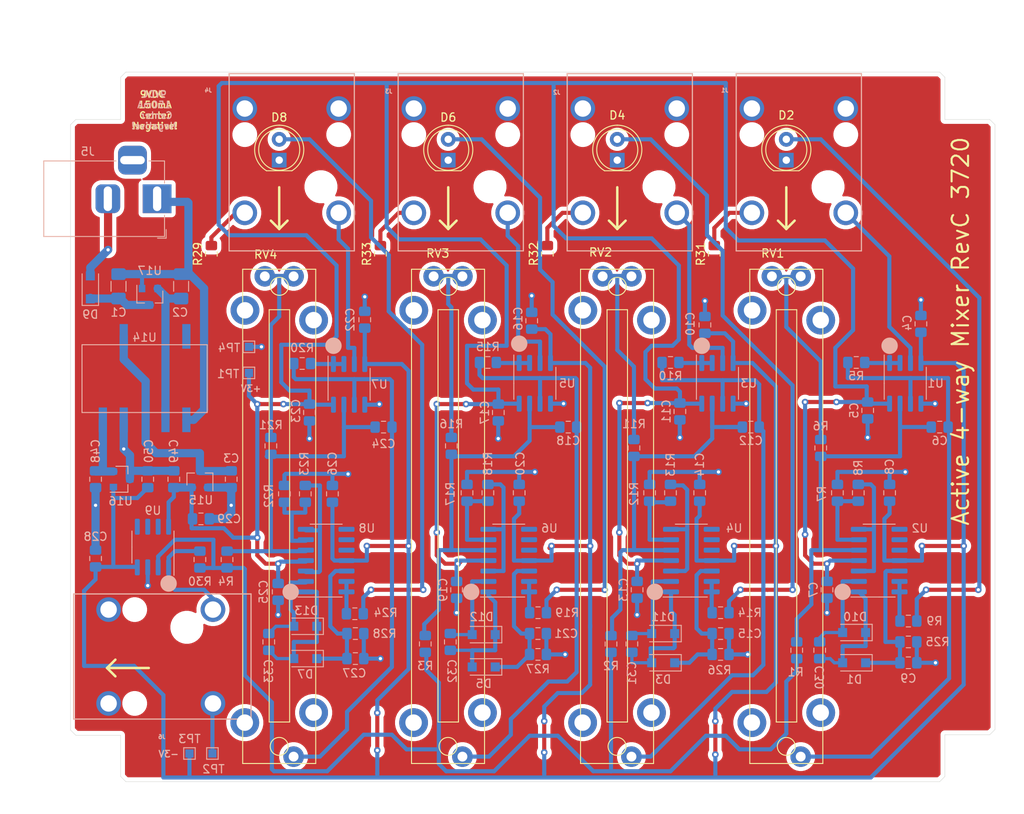
<source format=kicad_pcb>
(kicad_pcb (version 20171130) (host pcbnew 5.1.6-c6e7f7d~87~ubuntu18.04.1)
  (layers (0 F.Cu signal) (31 B.Cu signal) (34 B.Paste user) (35 F.Paste user) (36 B.SilkS user) (37 F.SilkS user) (38 B.Mask user) (39 F.Mask user) (44 Edge.Cuts user))
  (net 0 "")
  (net 1 GNDS)
  (net 2 /PowerSupply/+9V_POL)
  (net 3 "Net-(D2-Pad2)")
  (net 4 "Net-(D4-Pad2)")
  (net 5 /PowerSupply/+9V_IN)
  (net 6 "Net-(D6-Pad2)")
  (net 7 "Net-(D8-Pad2)")
  (net 8 /OutputStage/SIGNAL_OUTPUT)
  (net 9 /OutputStage/SIGNAL_INPUT)
  (net 10 "Net-(R6-Pad2)")
  (net 11 "Net-(R7-Pad2)")
  (net 12 "Net-(R8-Pad2)")
  (net 13 "Net-(R10-Pad2)")
  (net 14 "Net-(R12-Pad2)")
  (net 15 "Net-(R13-Pad2)")
  (net 16 "Net-(R14-Pad2)")
  (net 17 "Net-(R16-Pad2)")
  (net 18 "Net-(R18-Pad2)")
  (net 19 "Net-(R19-Pad2)")
  (net 20 "Net-(R20-Pad2)")
  (net 21 "Net-(R22-Pad2)")
  (net 22 "Net-(R24-Pad2)")
  (net 23 /PowerSupply/+5V_REG)
  (net 24 VCOM)
  (net 25 "Net-(C3-Pad1)")
  (net 26 -3V3)
  (net 27 +3V3)
  (net 28 "Net-(C6-Pad2)")
  (net 29 /PeakDetector1/SIGNAL_INPUT)
  (net 30 "Net-(C9-Pad1)")
  (net 31 "Net-(C12-Pad2)")
  (net 32 "Net-(C15-Pad1)")
  (net 33 "Net-(C18-Pad2)")
  (net 34 "Net-(C21-Pad1)")
  (net 35 "Net-(C24-Pad2)")
  (net 36 "Net-(C27-Pad1)")
  (net 37 "Net-(C48-Pad2)")
  (net 38 /InputBuffer1/SIGNAL_INPUT)
  (net 39 "Net-(R5-Pad2)")
  (net 40 "Net-(R9-Pad2)")
  (net 41 "Net-(R11-Pad2)")
  (net 42 "Net-(R15-Pad2)")
  (net 43 "Net-(R17-Pad2)")
  (net 44 "Net-(R21-Pad2)")
  (net 45 "Net-(R23-Pad2)")
  (net 46 "Net-(U2-Pad10)")
  (net 47 "Net-(U2-Pad9)")
  (net 48 "Net-(U2-Pad8)")
  (net 49 "Net-(U4-Pad10)")
  (net 50 "Net-(U4-Pad9)")
  (net 51 "Net-(U4-Pad8)")
  (net 52 "Net-(U6-Pad10)")
  (net 53 "Net-(U6-Pad9)")
  (net 54 "Net-(U6-Pad8)")
  (net 55 "Net-(U8-Pad10)")
  (net 56 "Net-(U8-Pad9)")
  (net 57 "Net-(U8-Pad8)")
  (net 58 "Net-(U9-Pad7)")
  (net 59 "Net-(U9-Pad6)")
  (net 60 "Net-(U9-Pad5)")
  (net 61 "Net-(U14-Pad10)")
  (net 62 /PeakDetector2/SIGNAL_INPUT)
  (net 63 /PeakDetector3/SIGNAL_INPUT)
  (net 64 /PeakDetector4/SIGNAL_INPUT)
  (net 65 /InputBuffer2/SIGNAL_INPUT)
  (net 66 /InputBuffer3/SIGNAL_INPUT)
  (net 67 /InputBuffer4/SIGNAL_INPUT)
  (net 68 "Net-(J1-Pad2)")
  (net 69 "Net-(J2-Pad2)")
  (net 70 "Net-(J3-Pad2)")
  (net 71 "Net-(J4-Pad2)")
  (net 72 "Net-(C30-Pad2)")
  (net 73 "Net-(C30-Pad1)")
  (net 74 "Net-(C31-Pad2)")
  (net 75 "Net-(C31-Pad1)")
  (net 76 "Net-(C32-Pad2)")
  (net 77 "Net-(C32-Pad1)")
  (net 78 "Net-(C33-Pad2)")
  (net 79 "Net-(C33-Pad1)")
  (module Capacitor_SMD:C_0805_2012Metric_Pad1.15x1.40mm_HandSolder (layer B.Cu) (at 66.294 123.952 90)
    (fp_text reference C33 (at -3.556 0 90) (layer B.SilkS) (effects (justify mirror)))
    (fp_text value 1nF)
    (pad 2 smd roundrect (at 1.025 0 90) (size 1.15 1.4) (layers B.Cu B.Paste B.Mask) (roundrect_rratio 0.217391) (net 78 "Net-(C33-Pad2)"))
    (pad 1 smd roundrect (at -1.025 0 90) (size 1.15 1.4) (layers B.Cu B.Paste B.Mask) (roundrect_rratio 0.217391) (net 79 "Net-(C33-Pad1)"))
  )
  (module Capacitor_SMD:C_0805_2012Metric_Pad1.15x1.40mm_HandSolder (layer B.Cu) (at 88.392 123.952 90)
    (fp_text reference C32 (at -3.556 0.254 90) (layer B.SilkS) (effects (justify mirror)))
    (fp_text value 1nF)
    (pad 2 smd roundrect (at 1.025 0 90) (size 1.15 1.4) (layers B.Cu B.Paste B.Mask) (roundrect_rratio 0.217391) (net 76 "Net-(C32-Pad2)"))
    (pad 1 smd roundrect (at -1.025 0 90) (size 1.15 1.4) (layers B.Cu B.Paste B.Mask) (roundrect_rratio 0.217391) (net 77 "Net-(C32-Pad1)"))
  )
  (module Capacitor_SMD:C_0805_2012Metric_Pad1.15x1.40mm_HandSolder (layer B.Cu) (at 110.49 124.197 90)
    (fp_text reference C31 (at -3.556 0 90) (layer B.SilkS) (effects (justify mirror)))
    (fp_text value 1nF)
    (pad 2 smd roundrect (at 1.025 0 90) (size 1.15 1.4) (layers B.Cu B.Paste B.Mask) (roundrect_rratio 0.217391) (net 74 "Net-(C31-Pad2)"))
    (pad 1 smd roundrect (at -1.025 0 90) (size 1.15 1.4) (layers B.Cu B.Paste B.Mask) (roundrect_rratio 0.217391) (net 75 "Net-(C31-Pad1)"))
  )
  (module Capacitor_SMD:C_0805_2012Metric_Pad1.15x1.40mm_HandSolder (layer B.Cu) (at 133.35 124.968 90)
    (fp_text reference C30 (at -3.302 0 90) (layer B.SilkS) (effects (justify mirror)))
    (fp_text value 1nF)
    (pad 2 smd roundrect (at 1.025 0 90) (size 1.15 1.4) (layers B.Cu B.Paste B.Mask) (roundrect_rratio 0.217391) (net 72 "Net-(C30-Pad2)"))
    (pad 1 smd roundrect (at -1.025 0 90) (size 1.15 1.4) (layers B.Cu B.Paste B.Mask) (roundrect_rratio 0.217391) (net 73 "Net-(C30-Pad1)"))
  )
  (module TestPoint:TestPoint_Pad_1.0x1.0mm (layer B.Cu) (at 63.881 88.011 90)
    (fp_text reference TP4 (at -0.127 -2.413 180) (layer B.SilkS) (effects (justify mirror)))
    (fp_text value TestPoint)
    (pad 1 smd rect (at 0 0 90) (size 1 1) (layers B.Cu B.Mask) (net 24 VCOM))
  )
  (module TestPoint:TestPoint_Pad_1.0x1.0mm (layer B.Cu) (at 56.642 137.541)
    (fp_text reference TP3 (at 0 -1.778) (layer B.SilkS) (effects (justify mirror)))
    (fp_text value TestPoint)
    (pad 1 smd rect (at 0 0) (size 1 1) (layers B.Cu B.Mask) (net 26 -3V3))
  )
  (module TestPoint:TestPoint_Pad_1.0x1.0mm (layer B.Cu) (at 59.436 137.541)
    (fp_text reference TP2 (at 0.127 1.905) (layer B.SilkS) (effects (justify mirror)))
    (fp_text value TestPoint)
    (pad 1 smd rect (at 0 0) (size 1 1) (layers B.Cu B.Mask) (net 24 VCOM))
  )
  (module TestPoint:TestPoint_Pad_1.0x1.0mm (layer B.Cu) (at 63.881 91.186 90)
    (fp_text reference TP1 (at -0.127 -2.54 180) (layer B.SilkS) (effects (justify mirror)))
    (fp_text value TestPoint)
    (pad 1 smd rect (at 0 0 90) (size 1 1) (layers B.Cu B.Mask) (net 27 +3V3))
  )
  (module Resistor_SMD:R_0805_2012Metric_Pad1.15x1.40mm_HandSolder (layer F.Cu) (at 79.883 76.708 90)
    (fp_text reference R33 (at 0 -1.65 90) (layer F.SilkS))
    (fp_text value 100R)
    (pad 2 smd roundrect (at 1.025 0 90) (size 1.15 1.4) (layers F.Cu F.Paste F.Mask) (roundrect_rratio 0.217391) (net 70 "Net-(J3-Pad2)"))
    (pad 1 smd roundrect (at -1.025 0 90) (size 1.15 1.4) (layers F.Cu F.Paste F.Mask) (roundrect_rratio 0.217391) (net 24 VCOM))
  )
  (module Resistor_SMD:R_0805_2012Metric_Pad1.15x1.40mm_HandSolder (layer F.Cu) (at 100.203 76.708 90)
    (fp_text reference R32 (at 0 -1.65 90) (layer F.SilkS))
    (fp_text value 100R)
    (pad 2 smd roundrect (at 1.025 0 90) (size 1.15 1.4) (layers F.Cu F.Paste F.Mask) (roundrect_rratio 0.217391) (net 69 "Net-(J2-Pad2)"))
    (pad 1 smd roundrect (at -1.025 0 90) (size 1.15 1.4) (layers F.Cu F.Paste F.Mask) (roundrect_rratio 0.217391) (net 24 VCOM))
  )
  (module Resistor_SMD:R_0805_2012Metric_Pad1.15x1.40mm_HandSolder (layer F.Cu) (at 120.523 76.708 90)
    (fp_text reference R31 (at 0 -1.65 90) (layer F.SilkS))
    (fp_text value 100R)
    (pad 2 smd roundrect (at 1.025 0 90) (size 1.15 1.4) (layers F.Cu F.Paste F.Mask) (roundrect_rratio 0.217391) (net 68 "Net-(J1-Pad2)"))
    (pad 1 smd roundrect (at -1.025 0 90) (size 1.15 1.4) (layers F.Cu F.Paste F.Mask) (roundrect_rratio 0.217391) (net 24 VCOM))
  )
  (module Resistor_SMD:R_0805_2012Metric_Pad1.15x1.40mm_HandSolder (layer F.Cu) (at 59.309 76.708 90)
    (fp_text reference R29 (at 0 -1.65 90) (layer F.SilkS))
    (fp_text value 100R)
    (pad 2 smd roundrect (at 1.025 0 90) (size 1.15 1.4) (layers F.Cu F.Paste F.Mask) (roundrect_rratio 0.217391) (net 71 "Net-(J4-Pad2)"))
    (pad 1 smd roundrect (at -1.025 0 90) (size 1.15 1.4) (layers F.Cu F.Paste F.Mask) (roundrect_rratio 0.217391) (net 24 VCOM))
  )
  (module Resistor_SMD:R_0805_2012Metric_Pad1.15x1.40mm_HandSolder (layer B.Cu) (at 76.835 122.936 180)
    (fp_text reference R28 (at -3.556 0) (layer B.SilkS) (effects (justify mirror)))
    (fp_text value 10M)
    (pad 2 smd roundrect (at 1.025 0 180) (size 1.15 1.4) (layers B.Cu B.Paste B.Mask) (roundrect_rratio 0.217391) (net 36 "Net-(C27-Pad1)"))
    (pad 1 smd roundrect (at -1.025 0 180) (size 1.15 1.4) (layers B.Cu B.Paste B.Mask) (roundrect_rratio 0.217391) (net 24 VCOM))
  )
  (module Resistor_SMD:R_0805_2012Metric_Pad1.15x1.40mm_HandSolder (layer B.Cu) (at 99.06 125.476 180)
    (fp_text reference R27 (at 0 -1.778) (layer B.SilkS) (effects (justify mirror)))
    (fp_text value 10M)
    (pad 2 smd roundrect (at 1.025 0 180) (size 1.15 1.4) (layers B.Cu B.Paste B.Mask) (roundrect_rratio 0.217391) (net 34 "Net-(C21-Pad1)"))
    (pad 1 smd roundrect (at -1.025 0 180) (size 1.15 1.4) (layers B.Cu B.Paste B.Mask) (roundrect_rratio 0.217391) (net 24 VCOM))
  )
  (module Resistor_SMD:R_0805_2012Metric_Pad1.15x1.40mm_HandSolder (layer B.Cu) (at 121.285 125.476 180)
    (fp_text reference R26 (at 0.127 -1.905) (layer B.SilkS) (effects (justify mirror)))
    (fp_text value 10M)
    (pad 2 smd roundrect (at 1.025 0 180) (size 1.15 1.4) (layers B.Cu B.Paste B.Mask) (roundrect_rratio 0.217391) (net 32 "Net-(C15-Pad1)"))
    (pad 1 smd roundrect (at -1.025 0 180) (size 1.15 1.4) (layers B.Cu B.Paste B.Mask) (roundrect_rratio 0.217391) (net 24 VCOM))
  )
  (module Resistor_SMD:R_0805_2012Metric_Pad1.15x1.40mm_HandSolder (layer B.Cu) (at 144.145 123.952 180)
    (fp_text reference R25 (at -3.556 0) (layer B.SilkS) (effects (justify mirror)))
    (fp_text value 10M)
    (pad 2 smd roundrect (at 1.025 0 180) (size 1.15 1.4) (layers B.Cu B.Paste B.Mask) (roundrect_rratio 0.217391) (net 30 "Net-(C9-Pad1)"))
    (pad 1 smd roundrect (at -1.025 0 180) (size 1.15 1.4) (layers B.Cu B.Paste B.Mask) (roundrect_rratio 0.217391) (net 24 VCOM))
  )
  (module Diode_SMD:D_SOD-123F (layer B.Cu) (at 70.739 122.047 180)
    (fp_text reference D13 (at -0.127 1.905) (layer B.SilkS) (effects (justify mirror)))
    (fp_text value 1N914)
    (pad 2 smd rect (at 1.4 0 180) (size 1.1 1.1) (layers B.Cu B.Paste B.Mask) (net 78 "Net-(C33-Pad2)"))
    (pad 1 smd rect (at -1.4 0 180) (size 1.1 1.1) (layers B.Cu B.Paste B.Mask) (net 79 "Net-(C33-Pad1)"))
  )
  (module Diode_SMD:D_SOD-123F (layer B.Cu) (at 92.456 123.063 180)
    (fp_text reference D12 (at 0.254 2.159) (layer B.SilkS) (effects (justify mirror)))
    (fp_text value 1N914)
    (pad 2 smd rect (at 1.4 0 180) (size 1.1 1.1) (layers B.Cu B.Paste B.Mask) (net 76 "Net-(C32-Pad2)"))
    (pad 1 smd rect (at -1.4 0 180) (size 1.1 1.1) (layers B.Cu B.Paste B.Mask) (net 77 "Net-(C32-Pad1)"))
  )
  (module Diode_SMD:D_SOD-123F (layer B.Cu) (at 114.3 122.936 180)
    (fp_text reference D11 (at 0 2.032) (layer B.SilkS) (effects (justify mirror)))
    (fp_text value 1N914)
    (pad 2 smd rect (at 1.4 0 180) (size 1.1 1.1) (layers B.Cu B.Paste B.Mask) (net 74 "Net-(C31-Pad2)"))
    (pad 1 smd rect (at -1.4 0 180) (size 1.1 1.1) (layers B.Cu B.Paste B.Mask) (net 75 "Net-(C31-Pad1)"))
  )
  (module Diode_SMD:D_SOD-123F (layer B.Cu) (at 137.541 122.809 180)
    (fp_text reference D10 (at -0.127 1.905) (layer B.SilkS) (effects (justify mirror)))
    (fp_text value 1N914)
    (pad 2 smd rect (at 1.4 0 180) (size 1.1 1.1) (layers B.Cu B.Paste B.Mask) (net 72 "Net-(C30-Pad2)"))
    (pad 1 smd rect (at -1.4 0 180) (size 1.1 1.1) (layers B.Cu B.Paste B.Mask) (net 73 "Net-(C30-Pad1)"))
  )
  (module Diode_SMD:D_SOD-123F (layer B.Cu) (at 70.739 125.984 180)
    (fp_text reference D7 (at 0 -1.905) (layer B.SilkS) (effects (justify mirror)))
    (fp_text value 1N914)
    (pad 2 smd rect (at 1.4 0 180) (size 1.1 1.1) (layers B.Cu B.Paste B.Mask) (net 79 "Net-(C33-Pad1)"))
    (pad 1 smd rect (at -1.4 0 180) (size 1.1 1.1) (layers B.Cu B.Paste B.Mask) (net 36 "Net-(C27-Pad1)"))
  )
  (module Diode_SMD:D_SOD-123F (layer B.Cu) (at 92.456 127 180)
    (fp_text reference D5 (at 0 -2.032) (layer B.SilkS) (effects (justify mirror)))
    (fp_text value 1N914)
    (pad 2 smd rect (at 1.4 0 180) (size 1.1 1.1) (layers B.Cu B.Paste B.Mask) (net 77 "Net-(C32-Pad1)"))
    (pad 1 smd rect (at -1.4 0 180) (size 1.1 1.1) (layers B.Cu B.Paste B.Mask) (net 34 "Net-(C21-Pad1)"))
  )
  (module Diode_SMD:D_SOD-123F (layer B.Cu) (at 114.3 126.492 180)
    (fp_text reference D3 (at 0 -2.032) (layer B.SilkS) (effects (justify mirror)))
    (fp_text value 1N914)
    (pad 2 smd rect (at 1.4 0 180) (size 1.1 1.1) (layers B.Cu B.Paste B.Mask) (net 75 "Net-(C31-Pad1)"))
    (pad 1 smd rect (at -1.4 0 180) (size 1.1 1.1) (layers B.Cu B.Paste B.Mask) (net 32 "Net-(C15-Pad1)"))
  )
  (module Diode_SMD:D_SOD-123F (layer B.Cu) (at 137.541 126.492 180)
    (fp_text reference D1 (at 0 -2.032) (layer B.SilkS) (effects (justify mirror)))
    (fp_text value 1N914)
    (pad 2 smd rect (at 1.4 0 180) (size 1.1 1.1) (layers B.Cu B.Paste B.Mask) (net 73 "Net-(C30-Pad1)"))
    (pad 1 smd rect (at -1.4 0 180) (size 1.1 1.1) (layers B.Cu B.Paste B.Mask) (net 30 "Net-(C9-Pad1)"))
  )
  (module Capacitor_SMD:C_0805_2012Metric_Pad1.15x1.40mm_HandSolder (layer B.Cu) (at 76.835 125.984)
    (fp_text reference C27 (at -0.127 1.778) (layer B.SilkS) (effects (justify mirror)))
    (fp_text value 100nF)
    (pad 2 smd roundrect (at 1.025 0) (size 1.15 1.4) (layers B.Cu B.Paste B.Mask) (roundrect_rratio 0.217391) (net 24 VCOM))
    (pad 1 smd roundrect (at -1.025 0) (size 1.15 1.4) (layers B.Cu B.Paste B.Mask) (roundrect_rratio 0.217391) (net 36 "Net-(C27-Pad1)"))
  )
  (module Capacitor_SMD:C_0805_2012Metric_Pad1.15x1.40mm_HandSolder (layer B.Cu) (at 99.06 122.936)
    (fp_text reference C21 (at 3.429 0) (layer B.SilkS) (effects (justify mirror)))
    (fp_text value 100nF)
    (pad 2 smd roundrect (at 1.025 0) (size 1.15 1.4) (layers B.Cu B.Paste B.Mask) (roundrect_rratio 0.217391) (net 24 VCOM))
    (pad 1 smd roundrect (at -1.025 0) (size 1.15 1.4) (layers B.Cu B.Paste B.Mask) (roundrect_rratio 0.217391) (net 34 "Net-(C21-Pad1)"))
  )
  (module Capacitor_SMD:C_0805_2012Metric_Pad1.15x1.40mm_HandSolder (layer B.Cu) (at 121.285 122.936)
    (fp_text reference C15 (at 3.556 0) (layer B.SilkS) (effects (justify mirror)))
    (fp_text value 100nF)
    (pad 2 smd roundrect (at 1.025 0) (size 1.15 1.4) (layers B.Cu B.Paste B.Mask) (roundrect_rratio 0.217391) (net 24 VCOM))
    (pad 1 smd roundrect (at -1.025 0) (size 1.15 1.4) (layers B.Cu B.Paste B.Mask) (roundrect_rratio 0.217391) (net 32 "Net-(C15-Pad1)"))
  )
  (module Capacitor_SMD:C_0805_2012Metric_Pad1.15x1.40mm_HandSolder (layer B.Cu) (at 144.145 126.492)
    (fp_text reference C9 (at 0 1.905) (layer B.SilkS) (effects (justify mirror)))
    (fp_text value 100nF)
    (pad 2 smd roundrect (at 1.025 0) (size 1.15 1.4) (layers B.Cu B.Paste B.Mask) (roundrect_rratio 0.217391) (net 24 VCOM))
    (pad 1 smd roundrect (at -1.025 0) (size 1.15 1.4) (layers B.Cu B.Paste B.Mask) (roundrect_rratio 0.217391) (net 30 "Net-(C9-Pad1)"))
  )
  (module Resistor_SMD:R_0805_2012Metric_Pad1.15x1.40mm_HandSolder (layer B.Cu) (at 130.556 124.968 90)
    (fp_text reference R1 (at -2.667 -0.127 180) (layer B.SilkS) (effects (justify mirror)))
    (fp_text value 10K)
    (pad 2 smd roundrect (at 1.025 0 90) (size 1.15 1.4) (layers B.Cu B.Paste B.Mask) (roundrect_rratio 0.217391) (net 29 /PeakDetector1/SIGNAL_INPUT))
    (pad 1 smd roundrect (at -1.025 0 90) (size 1.15 1.4) (layers B.Cu B.Paste B.Mask) (roundrect_rratio 0.217391) (net 9 /OutputStage/SIGNAL_INPUT))
  )
  (module Bourn_PTA_Slider:Slider_PTA4543_60MM (layer F.Cu) (at 88.1126 108.6612 270)
    (fp_text reference RV3 (at -32.0294 1.2446 180) (layer F.SilkS))
    (fp_text value 1K)
    (pad 1 thru_hole circle (at -29.2354 -1.7526 270) (size 2.5 2.5) (drill 1.2) (layers *.Cu *.Mask) (net 17 "Net-(R16-Pad2)"))
    (pad 2 thru_hole circle (at -29.2354 1.7526 270) (size 2.5 2.5) (drill 1.2) (layers *.Cu *.Mask) (net 17 "Net-(R16-Pad2)"))
    (pad 3 thru_hole circle (at 29.2608 -1.7526 270) (size 2.5 2.5) (drill 1.2) (layers *.Cu *.Mask) (net 33 "Net-(C18-Pad2)"))
    (pad "" thru_hole circle (at -23.9014 -4.191 270) (size 3.5 3.5) (drill 2) (layers *.Cu *.Mask))
    (pad "" thru_hole circle (at -25.0952 4.1656 270) (size 3.5 3.5) (drill 2) (layers *.Cu *.Mask))
    (pad "" thru_hole circle (at 23.9014 -4.191 270) (size 3.5 3.5) (drill 2) (layers *.Cu *.Mask))
    (pad "" thru_hole circle (at 25.1206 4.191 270) (size 3.5 3.5) (drill 2) (layers *.Cu *.Mask))
  )
  (module Bourn_PTA_Slider:Slider_PTA4543_60MM (layer F.Cu) (at 67.564 108.6612 270)
    (fp_text reference RV4 (at -31.877 1.651 180) (layer F.SilkS))
    (fp_text value 1K)
    (pad 1 thru_hole circle (at -29.2354 -1.7526 270) (size 2.5 2.5) (drill 1.2) (layers *.Cu *.Mask) (net 44 "Net-(R21-Pad2)"))
    (pad 2 thru_hole circle (at -29.2354 1.7526 270) (size 2.5 2.5) (drill 1.2) (layers *.Cu *.Mask) (net 44 "Net-(R21-Pad2)"))
    (pad 3 thru_hole circle (at 29.2608 -1.7526 270) (size 2.5 2.5) (drill 1.2) (layers *.Cu *.Mask) (net 35 "Net-(C24-Pad2)"))
    (pad "" thru_hole circle (at -23.9014 -4.191 270) (size 3.5 3.5) (drill 2) (layers *.Cu *.Mask))
    (pad "" thru_hole circle (at -25.0952 4.1656 270) (size 3.5 3.5) (drill 2) (layers *.Cu *.Mask))
    (pad "" thru_hole circle (at 23.9014 -4.191 270) (size 3.5 3.5) (drill 2) (layers *.Cu *.Mask))
    (pad "" thru_hole circle (at 25.1206 4.191 270) (size 3.5 3.5) (drill 2) (layers *.Cu *.Mask))
  )
  (module Bourn_PTA_Slider:Slider_PTA4543_60MM (layer F.Cu) (at 108.6866 108.6612 270)
    (fp_text reference RV2 (at -32.1564 2.0066 180) (layer F.SilkS))
    (fp_text value 1K)
    (pad 1 thru_hole circle (at -29.2354 -1.7526 270) (size 2.5 2.5) (drill 1.2) (layers *.Cu *.Mask) (net 41 "Net-(R11-Pad2)"))
    (pad 2 thru_hole circle (at -29.2354 1.7526 270) (size 2.5 2.5) (drill 1.2) (layers *.Cu *.Mask) (net 41 "Net-(R11-Pad2)"))
    (pad 3 thru_hole circle (at 29.2608 -1.7526 270) (size 2.5 2.5) (drill 1.2) (layers *.Cu *.Mask) (net 31 "Net-(C12-Pad2)"))
    (pad "" thru_hole circle (at -23.9014 -4.191 270) (size 3.5 3.5) (drill 2) (layers *.Cu *.Mask))
    (pad "" thru_hole circle (at -25.0952 4.1656 270) (size 3.5 3.5) (drill 2) (layers *.Cu *.Mask))
    (pad "" thru_hole circle (at 23.9014 -4.191 270) (size 3.5 3.5) (drill 2) (layers *.Cu *.Mask))
    (pad "" thru_hole circle (at 25.1206 4.191 270) (size 3.5 3.5) (drill 2) (layers *.Cu *.Mask))
  )
  (module Bourn_PTA_Slider:Slider_PTA4543_60MM (layer F.Cu) (at 129.286 108.6612 270)
    (fp_text reference RV1 (at -32.0294 1.651 180) (layer F.SilkS))
    (fp_text value 1K)
    (pad 1 thru_hole circle (at -29.2354 -1.7526 270) (size 2.5 2.5) (drill 1.2) (layers *.Cu *.Mask) (net 10 "Net-(R6-Pad2)"))
    (pad 2 thru_hole circle (at -29.2354 1.7526 270) (size 2.5 2.5) (drill 1.2) (layers *.Cu *.Mask) (net 10 "Net-(R6-Pad2)"))
    (pad 3 thru_hole circle (at 29.2608 -1.7526 270) (size 2.5 2.5) (drill 1.2) (layers *.Cu *.Mask) (net 28 "Net-(C6-Pad2)"))
    (pad "" thru_hole circle (at -23.9014 -4.191 270) (size 3.5 3.5) (drill 2) (layers *.Cu *.Mask))
    (pad "" thru_hole circle (at -25.0952 4.1656 270) (size 3.5 3.5) (drill 2) (layers *.Cu *.Mask))
    (pad "" thru_hole circle (at 23.9014 -4.191 270) (size 3.5 3.5) (drill 2) (layers *.Cu *.Mask))
    (pad "" thru_hole circle (at 25.1206 4.191 270) (size 3.5 3.5) (drill 2) (layers *.Cu *.Mask))
  )
  (module Capacitor_SMD:C_0805_2012Metric_Pad1.15x1.40mm_HandSolder (layer B.Cu) (at 58.039 108.966)
    (fp_text reference C29 (at 3.429 0) (layer B.SilkS) (effects (justify mirror)))
    (fp_text value 100nF)
    (pad 2 smd roundrect (at 1.025 0) (size 1.15 1.4) (layers B.Cu B.Paste B.Mask) (roundrect_rratio 0.217391) (net 24 VCOM))
    (pad 1 smd roundrect (at -1.025 0) (size 1.15 1.4) (layers B.Cu B.Paste B.Mask) (roundrect_rratio 0.217391) (net 27 +3V3))
  )
  (module Capacitor_SMD:C_0805_2012Metric_Pad1.15x1.40mm_HandSolder (layer B.Cu) (at 45.212 113.792 90)
    (fp_text reference C28 (at 2.667 0 180) (layer B.SilkS) (effects (justify mirror)))
    (fp_text value 100nF)
    (pad 2 smd roundrect (at 1.025 0 90) (size 1.15 1.4) (layers B.Cu B.Paste B.Mask) (roundrect_rratio 0.217391) (net 24 VCOM))
    (pad 1 smd roundrect (at -1.025 0 90) (size 1.15 1.4) (layers B.Cu B.Paste B.Mask) (roundrect_rratio 0.217391) (net 26 -3V3))
  )
  (module Package_TO_SOT_SMD:SOT-23 (layer B.Cu) (at 51.816 81.915 270)
    (fp_text reference U17 (at -3.175 0 180) (layer B.SilkS) (effects (justify mirror)))
    (fp_text value SE8250X2)
    (pad 3 smd rect (at 1 0 270) (size 0.9 0.8) (layers B.Cu B.Paste B.Mask) (net 2 /PowerSupply/+9V_POL))
    (pad 2 smd rect (at -1 -0.95 270) (size 0.9 0.8) (layers B.Cu B.Paste B.Mask) (net 23 /PowerSupply/+5V_REG))
    (pad 1 smd rect (at -1 0.95 270) (size 0.9 0.8) (layers B.Cu B.Paste B.Mask) (net 1 GNDS))
  )
  (module Package_TO_SOT_SMD:SOT-23 (layer B.Cu) (at 48.387 104.14)
    (fp_text reference U16 (at -0.127 2.667) (layer B.SilkS) (effects (justify mirror)))
    (fp_text value TC593002ECB)
    (pad 3 smd rect (at 1 0) (size 0.9 0.8) (layers B.Cu B.Paste B.Mask) (net 24 VCOM))
    (pad 2 smd rect (at -1 -0.95) (size 0.9 0.8) (layers B.Cu B.Paste B.Mask) (net 37 "Net-(C48-Pad2)"))
    (pad 1 smd rect (at -1 0.95) (size 0.9 0.8) (layers B.Cu B.Paste B.Mask) (net 26 -3V3))
  )
  (module Package_TO_SOT_SMD:SOT-23 (layer B.Cu) (at 57.912 104.14 90)
    (fp_text reference U15 (at -2.54 0.127 180) (layer B.SilkS) (effects (justify mirror)))
    (fp_text value MCP1754S-3302xCB)
    (pad 3 smd rect (at 1 0 90) (size 0.9 0.8) (layers B.Cu B.Paste B.Mask) (net 25 "Net-(C3-Pad1)"))
    (pad 2 smd rect (at -1 -0.95 90) (size 0.9 0.8) (layers B.Cu B.Paste B.Mask) (net 27 +3V3))
    (pad 1 smd rect (at -1 0.95 90) (size 0.9 0.8) (layers B.Cu B.Paste B.Mask) (net 24 VCOM))
  )
  (module XP_ISA:ISA0505 (layer B.Cu) (at 51.181 92.075 180)
    (fp_text reference U14 (at 0 5.207) (layer B.SilkS) (effects (justify mirror)))
    (fp_text value ISA0505)
    (pad 7 smd rect (at 2.54 5.334 180) (size 1 3) (layers B.Cu B.Paste B.Mask) (net 25 "Net-(C3-Pad1)"))
    (pad 10 smd rect (at -5.08 5.334 180) (size 1 3) (layers B.Cu B.Paste B.Mask) (net 61 "Net-(U14-Pad10)"))
    (pad 5 smd rect (at 5.08 -4.826 180) (size 1 3) (layers B.Cu B.Paste B.Mask) (net 37 "Net-(C48-Pad2)"))
    (pad 4 smd rect (at 2.54 -4.826 180) (size 1 3) (layers B.Cu B.Paste B.Mask) (net 24 VCOM))
    (pad 2 smd rect (at -2.54 -4.826 180) (size 1 3) (layers B.Cu B.Paste B.Mask) (net 23 /PowerSupply/+5V_REG))
    (pad 1 smd rect (at -5.08 -4.826 180) (size 1 3) (layers B.Cu B.Paste B.Mask) (net 1 GNDS))
  )
  (module Package_SO:SOIC-8_3.9x4.9mm_P1.27mm (layer B.Cu) (at 52.197 112.395 90)
    (fp_text reference U9 (at 4.445 0 180) (layer B.SilkS) (effects (justify mirror)))
    (fp_text value TL072)
    (pad 8 smd roundrect (at 2.475 1.905 90) (size 1.95 0.6) (layers B.Cu B.Paste B.Mask) (net 27 +3V3))
    (pad 7 smd roundrect (at 2.475 0.635 90) (size 1.95 0.6) (layers B.Cu B.Paste B.Mask) (net 58 "Net-(U9-Pad7)"))
    (pad 6 smd roundrect (at 2.475 -0.635 90) (size 1.95 0.6) (layers B.Cu B.Paste B.Mask) (net 59 "Net-(U9-Pad6)"))
    (pad 5 smd roundrect (at 2.475 -1.905 90) (size 1.95 0.6) (layers B.Cu B.Paste B.Mask) (net 60 "Net-(U9-Pad5)"))
    (pad 4 smd roundrect (at -2.475 -1.905 90) (size 1.95 0.6) (layers B.Cu B.Paste B.Mask) (net 26 -3V3))
    (pad 3 smd roundrect (at -2.475 -0.635 90) (size 1.95 0.6) (layers B.Cu B.Paste B.Mask) (net 24 VCOM))
    (pad 2 smd roundrect (at -2.475 0.635 90) (size 1.95 0.6) (layers B.Cu B.Paste B.Mask) (net 9 /OutputStage/SIGNAL_INPUT))
    (pad 1 smd roundrect (at -2.475 1.905 90) (size 1.95 0.6) (layers B.Cu B.Paste B.Mask) (net 8 /OutputStage/SIGNAL_OUTPUT))
  )
  (module Package_SO:SOIC-14_3.9x8.7mm_P1.27mm (layer B.Cu) (at 73.279 114.046)
    (fp_text reference U8 (at 4.953 -3.937) (layer B.SilkS) (effects (justify mirror)))
    (fp_text value TL074)
    (pad 14 smd roundrect (at 2.475 3.81) (size 1.95 0.6) (layers B.Cu B.Paste B.Mask) (net 22 "Net-(R24-Pad2)"))
    (pad 13 smd roundrect (at 2.475 2.54) (size 1.95 0.6) (layers B.Cu B.Paste B.Mask) (net 22 "Net-(R24-Pad2)"))
    (pad 12 smd roundrect (at 2.475 1.27) (size 1.95 0.6) (layers B.Cu B.Paste B.Mask) (net 36 "Net-(C27-Pad1)"))
    (pad 11 smd roundrect (at 2.475 0) (size 1.95 0.6) (layers B.Cu B.Paste B.Mask) (net 26 -3V3))
    (pad 10 smd roundrect (at 2.475 -1.27) (size 1.95 0.6) (layers B.Cu B.Paste B.Mask) (net 55 "Net-(U8-Pad10)"))
    (pad 9 smd roundrect (at 2.475 -2.54) (size 1.95 0.6) (layers B.Cu B.Paste B.Mask) (net 56 "Net-(U8-Pad9)"))
    (pad 8 smd roundrect (at 2.475 -3.81) (size 1.95 0.6) (layers B.Cu B.Paste B.Mask) (net 57 "Net-(U8-Pad8)"))
    (pad 7 smd roundrect (at -2.475 -3.81) (size 1.95 0.6) (layers B.Cu B.Paste B.Mask) (net 45 "Net-(R23-Pad2)"))
    (pad 6 smd roundrect (at -2.475 -2.54) (size 1.95 0.6) (layers B.Cu B.Paste B.Mask) (net 21 "Net-(R22-Pad2)"))
    (pad 5 smd roundrect (at -2.475 -1.27) (size 1.95 0.6) (layers B.Cu B.Paste B.Mask) (net 64 /PeakDetector4/SIGNAL_INPUT))
    (pad 4 smd roundrect (at -2.475 0) (size 1.95 0.6) (layers B.Cu B.Paste B.Mask) (net 27 +3V3))
    (pad 3 smd roundrect (at -2.475 1.27) (size 1.95 0.6) (layers B.Cu B.Paste B.Mask) (net 45 "Net-(R23-Pad2)"))
    (pad 2 smd roundrect (at -2.475 2.54) (size 1.95 0.6) (layers B.Cu B.Paste B.Mask) (net 78 "Net-(C33-Pad2)"))
    (pad 1 smd roundrect (at -2.475 3.81) (size 1.95 0.6) (layers B.Cu B.Paste B.Mask) (net 79 "Net-(C33-Pad1)"))
  )
  (module Package_SO:SOIC-8_3.9x4.9mm_P1.27mm (layer B.Cu) (at 76.073 92.583 270)
    (fp_text reference U7 (at 0 -3.683 180) (layer B.SilkS) (effects (justify mirror)))
    (fp_text value TL072)
    (pad 8 smd roundrect (at 2.475 1.905 270) (size 1.95 0.6) (layers B.Cu B.Paste B.Mask) (net 27 +3V3))
    (pad 7 smd roundrect (at 2.475 0.635 270) (size 1.95 0.6) (layers B.Cu B.Paste B.Mask) (net 64 /PeakDetector4/SIGNAL_INPUT))
    (pad 6 smd roundrect (at 2.475 -0.635 270) (size 1.95 0.6) (layers B.Cu B.Paste B.Mask) (net 35 "Net-(C24-Pad2)"))
    (pad 5 smd roundrect (at 2.475 -1.905 270) (size 1.95 0.6) (layers B.Cu B.Paste B.Mask) (net 24 VCOM))
    (pad 4 smd roundrect (at -2.475 -1.905 270) (size 1.95 0.6) (layers B.Cu B.Paste B.Mask) (net 26 -3V3))
    (pad 3 smd roundrect (at -2.475 -0.635 270) (size 1.95 0.6) (layers B.Cu B.Paste B.Mask) (net 67 /InputBuffer4/SIGNAL_INPUT))
    (pad 2 smd roundrect (at -2.475 0.635 270) (size 1.95 0.6) (layers B.Cu B.Paste B.Mask) (net 20 "Net-(R20-Pad2)"))
    (pad 1 smd roundrect (at -2.475 1.905 270) (size 1.95 0.6) (layers B.Cu B.Paste B.Mask) (net 20 "Net-(R20-Pad2)"))
  )
  (module Package_SO:SOIC-14_3.9x8.7mm_P1.27mm (layer B.Cu) (at 95.504 114.046)
    (fp_text reference U6 (at 4.953 -3.937) (layer B.SilkS) (effects (justify mirror)))
    (fp_text value TL074)
    (pad 14 smd roundrect (at 2.475 3.81) (size 1.95 0.6) (layers B.Cu B.Paste B.Mask) (net 19 "Net-(R19-Pad2)"))
    (pad 13 smd roundrect (at 2.475 2.54) (size 1.95 0.6) (layers B.Cu B.Paste B.Mask) (net 19 "Net-(R19-Pad2)"))
    (pad 12 smd roundrect (at 2.475 1.27) (size 1.95 0.6) (layers B.Cu B.Paste B.Mask) (net 34 "Net-(C21-Pad1)"))
    (pad 11 smd roundrect (at 2.475 0) (size 1.95 0.6) (layers B.Cu B.Paste B.Mask) (net 26 -3V3))
    (pad 10 smd roundrect (at 2.475 -1.27) (size 1.95 0.6) (layers B.Cu B.Paste B.Mask) (net 52 "Net-(U6-Pad10)"))
    (pad 9 smd roundrect (at 2.475 -2.54) (size 1.95 0.6) (layers B.Cu B.Paste B.Mask) (net 53 "Net-(U6-Pad9)"))
    (pad 8 smd roundrect (at 2.475 -3.81) (size 1.95 0.6) (layers B.Cu B.Paste B.Mask) (net 54 "Net-(U6-Pad8)"))
    (pad 7 smd roundrect (at -2.475 -3.81) (size 1.95 0.6) (layers B.Cu B.Paste B.Mask) (net 18 "Net-(R18-Pad2)"))
    (pad 6 smd roundrect (at -2.475 -2.54) (size 1.95 0.6) (layers B.Cu B.Paste B.Mask) (net 43 "Net-(R17-Pad2)"))
    (pad 5 smd roundrect (at -2.475 -1.27) (size 1.95 0.6) (layers B.Cu B.Paste B.Mask) (net 63 /PeakDetector3/SIGNAL_INPUT))
    (pad 4 smd roundrect (at -2.475 0) (size 1.95 0.6) (layers B.Cu B.Paste B.Mask) (net 27 +3V3))
    (pad 3 smd roundrect (at -2.475 1.27) (size 1.95 0.6) (layers B.Cu B.Paste B.Mask) (net 18 "Net-(R18-Pad2)"))
    (pad 2 smd roundrect (at -2.475 2.54) (size 1.95 0.6) (layers B.Cu B.Paste B.Mask) (net 76 "Net-(C32-Pad2)"))
    (pad 1 smd roundrect (at -2.475 3.81) (size 1.95 0.6) (layers B.Cu B.Paste B.Mask) (net 77 "Net-(C32-Pad1)"))
  )
  (module Package_SO:SOIC-8_3.9x4.9mm_P1.27mm (layer B.Cu) (at 98.679 92.456 270)
    (fp_text reference U5 (at 0 -3.937 180) (layer B.SilkS) (effects (justify mirror)))
    (fp_text value TL072)
    (pad 8 smd roundrect (at 2.475 1.905 270) (size 1.95 0.6) (layers B.Cu B.Paste B.Mask) (net 27 +3V3))
    (pad 7 smd roundrect (at 2.475 0.635 270) (size 1.95 0.6) (layers B.Cu B.Paste B.Mask) (net 63 /PeakDetector3/SIGNAL_INPUT))
    (pad 6 smd roundrect (at 2.475 -0.635 270) (size 1.95 0.6) (layers B.Cu B.Paste B.Mask) (net 33 "Net-(C18-Pad2)"))
    (pad 5 smd roundrect (at 2.475 -1.905 270) (size 1.95 0.6) (layers B.Cu B.Paste B.Mask) (net 24 VCOM))
    (pad 4 smd roundrect (at -2.475 -1.905 270) (size 1.95 0.6) (layers B.Cu B.Paste B.Mask) (net 26 -3V3))
    (pad 3 smd roundrect (at -2.475 -0.635 270) (size 1.95 0.6) (layers B.Cu B.Paste B.Mask) (net 66 /InputBuffer3/SIGNAL_INPUT))
    (pad 2 smd roundrect (at -2.475 0.635 270) (size 1.95 0.6) (layers B.Cu B.Paste B.Mask) (net 42 "Net-(R15-Pad2)"))
    (pad 1 smd roundrect (at -2.475 1.905 270) (size 1.95 0.6) (layers B.Cu B.Paste B.Mask) (net 42 "Net-(R15-Pad2)"))
  )
  (module Package_SO:SOIC-14_3.9x8.7mm_P1.27mm (layer B.Cu) (at 117.729 114.046)
    (fp_text reference U4 (at 5.207 -3.937 180) (layer B.SilkS) (effects (justify mirror)))
    (fp_text value TL074)
    (pad 14 smd roundrect (at 2.475 3.81) (size 1.95 0.6) (layers B.Cu B.Paste B.Mask) (net 16 "Net-(R14-Pad2)"))
    (pad 13 smd roundrect (at 2.475 2.54) (size 1.95 0.6) (layers B.Cu B.Paste B.Mask) (net 16 "Net-(R14-Pad2)"))
    (pad 12 smd roundrect (at 2.475 1.27) (size 1.95 0.6) (layers B.Cu B.Paste B.Mask) (net 32 "Net-(C15-Pad1)"))
    (pad 11 smd roundrect (at 2.475 0) (size 1.95 0.6) (layers B.Cu B.Paste B.Mask) (net 26 -3V3))
    (pad 10 smd roundrect (at 2.475 -1.27) (size 1.95 0.6) (layers B.Cu B.Paste B.Mask) (net 49 "Net-(U4-Pad10)"))
    (pad 9 smd roundrect (at 2.475 -2.54) (size 1.95 0.6) (layers B.Cu B.Paste B.Mask) (net 50 "Net-(U4-Pad9)"))
    (pad 8 smd roundrect (at 2.475 -3.81) (size 1.95 0.6) (layers B.Cu B.Paste B.Mask) (net 51 "Net-(U4-Pad8)"))
    (pad 7 smd roundrect (at -2.475 -3.81) (size 1.95 0.6) (layers B.Cu B.Paste B.Mask) (net 15 "Net-(R13-Pad2)"))
    (pad 6 smd roundrect (at -2.475 -2.54) (size 1.95 0.6) (layers B.Cu B.Paste B.Mask) (net 14 "Net-(R12-Pad2)"))
    (pad 5 smd roundrect (at -2.475 -1.27) (size 1.95 0.6) (layers B.Cu B.Paste B.Mask) (net 62 /PeakDetector2/SIGNAL_INPUT))
    (pad 4 smd roundrect (at -2.475 0) (size 1.95 0.6) (layers B.Cu B.Paste B.Mask) (net 27 +3V3))
    (pad 3 smd roundrect (at -2.475 1.27) (size 1.95 0.6) (layers B.Cu B.Paste B.Mask) (net 15 "Net-(R13-Pad2)"))
    (pad 2 smd roundrect (at -2.475 2.54) (size 1.95 0.6) (layers B.Cu B.Paste B.Mask) (net 74 "Net-(C31-Pad2)"))
    (pad 1 smd roundrect (at -2.475 3.81) (size 1.95 0.6) (layers B.Cu B.Paste B.Mask) (net 75 "Net-(C31-Pad1)"))
  )
  (module Package_SO:SOIC-8_3.9x4.9mm_P1.27mm (layer B.Cu) (at 120.904 92.456 270)
    (fp_text reference U3 (at 0 -3.81) (layer B.SilkS) (effects (justify mirror)))
    (fp_text value TL072)
    (pad 8 smd roundrect (at 2.475 1.905 270) (size 1.95 0.6) (layers B.Cu B.Paste B.Mask) (net 27 +3V3))
    (pad 7 smd roundrect (at 2.475 0.635 270) (size 1.95 0.6) (layers B.Cu B.Paste B.Mask) (net 62 /PeakDetector2/SIGNAL_INPUT))
    (pad 6 smd roundrect (at 2.475 -0.635 270) (size 1.95 0.6) (layers B.Cu B.Paste B.Mask) (net 31 "Net-(C12-Pad2)"))
    (pad 5 smd roundrect (at 2.475 -1.905 270) (size 1.95 0.6) (layers B.Cu B.Paste B.Mask) (net 24 VCOM))
    (pad 4 smd roundrect (at -2.475 -1.905 270) (size 1.95 0.6) (layers B.Cu B.Paste B.Mask) (net 26 -3V3))
    (pad 3 smd roundrect (at -2.475 -0.635 270) (size 1.95 0.6) (layers B.Cu B.Paste B.Mask) (net 65 /InputBuffer2/SIGNAL_INPUT))
    (pad 2 smd roundrect (at -2.475 0.635 270) (size 1.95 0.6) (layers B.Cu B.Paste B.Mask) (net 13 "Net-(R10-Pad2)"))
    (pad 1 smd roundrect (at -2.475 1.905 270) (size 1.95 0.6) (layers B.Cu B.Paste B.Mask) (net 13 "Net-(R10-Pad2)"))
  )
  (module Package_SO:SOIC-14_3.9x8.7mm_P1.27mm (layer B.Cu) (at 140.589 114.046)
    (fp_text reference U2 (at 4.953 -3.937) (layer B.SilkS) (effects (justify mirror)))
    (fp_text value TL074)
    (pad 14 smd roundrect (at 2.475 3.81) (size 1.95 0.6) (layers B.Cu B.Paste B.Mask) (net 40 "Net-(R9-Pad2)"))
    (pad 13 smd roundrect (at 2.475 2.54) (size 1.95 0.6) (layers B.Cu B.Paste B.Mask) (net 40 "Net-(R9-Pad2)"))
    (pad 12 smd roundrect (at 2.475 1.27) (size 1.95 0.6) (layers B.Cu B.Paste B.Mask) (net 30 "Net-(C9-Pad1)"))
    (pad 11 smd roundrect (at 2.475 0) (size 1.95 0.6) (layers B.Cu B.Paste B.Mask) (net 26 -3V3))
    (pad 10 smd roundrect (at 2.475 -1.27) (size 1.95 0.6) (layers B.Cu B.Paste B.Mask) (net 46 "Net-(U2-Pad10)"))
    (pad 9 smd roundrect (at 2.475 -2.54) (size 1.95 0.6) (layers B.Cu B.Paste B.Mask) (net 47 "Net-(U2-Pad9)"))
    (pad 8 smd roundrect (at 2.475 -3.81) (size 1.95 0.6) (layers B.Cu B.Paste B.Mask) (net 48 "Net-(U2-Pad8)"))
    (pad 7 smd roundrect (at -2.475 -3.81) (size 1.95 0.6) (layers B.Cu B.Paste B.Mask) (net 12 "Net-(R8-Pad2)"))
    (pad 6 smd roundrect (at -2.475 -2.54) (size 1.95 0.6) (layers B.Cu B.Paste B.Mask) (net 11 "Net-(R7-Pad2)"))
    (pad 5 smd roundrect (at -2.475 -1.27) (size 1.95 0.6) (layers B.Cu B.Paste B.Mask) (net 29 /PeakDetector1/SIGNAL_INPUT))
    (pad 4 smd roundrect (at -2.475 0) (size 1.95 0.6) (layers B.Cu B.Paste B.Mask) (net 27 +3V3))
    (pad 3 smd roundrect (at -2.475 1.27) (size 1.95 0.6) (layers B.Cu B.Paste B.Mask) (net 12 "Net-(R8-Pad2)"))
    (pad 2 smd roundrect (at -2.475 2.54) (size 1.95 0.6) (layers B.Cu B.Paste B.Mask) (net 72 "Net-(C30-Pad2)"))
    (pad 1 smd roundrect (at -2.475 3.81) (size 1.95 0.6) (layers B.Cu B.Paste B.Mask) (net 73 "Net-(C30-Pad1)"))
  )
  (module Package_SO:SOIC-8_3.9x4.9mm_P1.27mm (layer B.Cu) (at 143.764 92.456 270)
    (fp_text reference U1 (at 0 -3.683 180) (layer B.SilkS) (effects (justify mirror)))
    (fp_text value TL072)
    (pad 8 smd roundrect (at 2.475 1.905 270) (size 1.95 0.6) (layers B.Cu B.Paste B.Mask) (net 27 +3V3))
    (pad 7 smd roundrect (at 2.475 0.635 270) (size 1.95 0.6) (layers B.Cu B.Paste B.Mask) (net 29 /PeakDetector1/SIGNAL_INPUT))
    (pad 6 smd roundrect (at 2.475 -0.635 270) (size 1.95 0.6) (layers B.Cu B.Paste B.Mask) (net 28 "Net-(C6-Pad2)"))
    (pad 5 smd roundrect (at 2.475 -1.905 270) (size 1.95 0.6) (layers B.Cu B.Paste B.Mask) (net 24 VCOM))
    (pad 4 smd roundrect (at -2.475 -1.905 270) (size 1.95 0.6) (layers B.Cu B.Paste B.Mask) (net 26 -3V3))
    (pad 3 smd roundrect (at -2.475 -0.635 270) (size 1.95 0.6) (layers B.Cu B.Paste B.Mask) (net 38 /InputBuffer1/SIGNAL_INPUT))
    (pad 2 smd roundrect (at -2.475 0.635 270) (size 1.95 0.6) (layers B.Cu B.Paste B.Mask) (net 39 "Net-(R5-Pad2)"))
    (pad 1 smd roundrect (at -2.475 1.905 270) (size 1.95 0.6) (layers B.Cu B.Paste B.Mask) (net 39 "Net-(R5-Pad2)"))
  )
  (module Resistor_SMD:R_0805_2012Metric_Pad1.15x1.40mm_HandSolder (layer B.Cu) (at 57.912 113.919 90)
    (fp_text reference R30 (at -2.667 0 180) (layer B.SilkS) (effects (justify mirror)))
    (fp_text value 10K)
    (pad 2 smd roundrect (at 1.025 0 90) (size 1.15 1.4) (layers B.Cu B.Paste B.Mask) (roundrect_rratio 0.217391) (net 8 /OutputStage/SIGNAL_OUTPUT))
    (pad 1 smd roundrect (at -1.025 0 90) (size 1.15 1.4) (layers B.Cu B.Paste B.Mask) (roundrect_rratio 0.217391) (net 9 /OutputStage/SIGNAL_INPUT))
  )
  (module Resistor_SMD:R_0805_2012Metric_Pad1.15x1.40mm_HandSolder (layer B.Cu) (at 76.7715 120.523 180)
    (fp_text reference R24 (at -3.7465 0.127) (layer B.SilkS) (effects (justify mirror)))
    (fp_text value 220R)
    (pad 2 smd roundrect (at 1.025 0 180) (size 1.15 1.4) (layers B.Cu B.Paste B.Mask) (roundrect_rratio 0.217391) (net 22 "Net-(R24-Pad2)"))
    (pad 1 smd roundrect (at -1.025 0 180) (size 1.15 1.4) (layers B.Cu B.Paste B.Mask) (roundrect_rratio 0.217391) (net 7 "Net-(D8-Pad2)"))
  )
  (module Resistor_SMD:R_0805_2012Metric_Pad1.15x1.40mm_HandSolder (layer B.Cu) (at 70.739 105.918 90)
    (fp_text reference R23 (at 3.683 -0.127 90) (layer B.SilkS) (effects (justify mirror)))
    (fp_text value 10K)
    (pad 2 smd roundrect (at 1.025 0 90) (size 1.15 1.4) (layers B.Cu B.Paste B.Mask) (roundrect_rratio 0.217391) (net 45 "Net-(R23-Pad2)"))
    (pad 1 smd roundrect (at -1.025 0 90) (size 1.15 1.4) (layers B.Cu B.Paste B.Mask) (roundrect_rratio 0.217391) (net 21 "Net-(R22-Pad2)"))
  )
  (module Resistor_SMD:R_0805_2012Metric_Pad1.15x1.40mm_HandSolder (layer B.Cu) (at 68.199 105.918 270)
    (fp_text reference R22 (at 0.254 1.905 90) (layer B.SilkS) (effects (justify mirror)))
    (fp_text value 1K)
    (pad 2 smd roundrect (at 1.025 0 270) (size 1.15 1.4) (layers B.Cu B.Paste B.Mask) (roundrect_rratio 0.217391) (net 21 "Net-(R22-Pad2)"))
    (pad 1 smd roundrect (at -1.025 0 270) (size 1.15 1.4) (layers B.Cu B.Paste B.Mask) (roundrect_rratio 0.217391) (net 24 VCOM))
  )
  (module Resistor_SMD:R_0805_2012Metric_Pad1.15x1.40mm_HandSolder (layer B.Cu) (at 66.548 100.076 90)
    (fp_text reference R21 (at 2.54 0 180) (layer B.SilkS) (effects (justify mirror)))
    (fp_text value 100R)
    (pad 2 smd roundrect (at 1.025 0 90) (size 1.15 1.4) (layers B.Cu B.Paste B.Mask) (roundrect_rratio 0.217391) (net 44 "Net-(R21-Pad2)"))
    (pad 1 smd roundrect (at -1.025 0 90) (size 1.15 1.4) (layers B.Cu B.Paste B.Mask) (roundrect_rratio 0.217391) (net 64 /PeakDetector4/SIGNAL_INPUT))
  )
  (module Resistor_SMD:R_0805_2012Metric_Pad1.15x1.40mm_HandSolder (layer B.Cu) (at 70.358 90.043)
    (fp_text reference R20 (at 0 -1.905) (layer B.SilkS) (effects (justify mirror)))
    (fp_text value 560R)
    (pad 2 smd roundrect (at 1.025 0) (size 1.15 1.4) (layers B.Cu B.Paste B.Mask) (roundrect_rratio 0.217391) (net 20 "Net-(R20-Pad2)"))
    (pad 1 smd roundrect (at -1.025 0) (size 1.15 1.4) (layers B.Cu B.Paste B.Mask) (roundrect_rratio 0.217391) (net 35 "Net-(C24-Pad2)"))
  )
  (module Resistor_SMD:R_0805_2012Metric_Pad1.15x1.40mm_HandSolder (layer B.Cu) (at 99.069 120.396 180)
    (fp_text reference R19 (at -3.547 0) (layer B.SilkS) (effects (justify mirror)))
    (fp_text value 220R)
    (pad 2 smd roundrect (at 1.025 0 180) (size 1.15 1.4) (layers B.Cu B.Paste B.Mask) (roundrect_rratio 0.217391) (net 19 "Net-(R19-Pad2)"))
    (pad 1 smd roundrect (at -1.025 0 180) (size 1.15 1.4) (layers B.Cu B.Paste B.Mask) (roundrect_rratio 0.217391) (net 6 "Net-(D6-Pad2)"))
  )
  (module Resistor_SMD:R_0805_2012Metric_Pad1.15x1.40mm_HandSolder (layer B.Cu) (at 92.964 105.791 90)
    (fp_text reference R18 (at 3.556 0 90) (layer B.SilkS) (effects (justify mirror)))
    (fp_text value 10K)
    (pad 2 smd roundrect (at 1.025 0 90) (size 1.15 1.4) (layers B.Cu B.Paste B.Mask) (roundrect_rratio 0.217391) (net 18 "Net-(R18-Pad2)"))
    (pad 1 smd roundrect (at -1.025 0 90) (size 1.15 1.4) (layers B.Cu B.Paste B.Mask) (roundrect_rratio 0.217391) (net 43 "Net-(R17-Pad2)"))
  )
  (module Resistor_SMD:R_0805_2012Metric_Pad1.15x1.40mm_HandSolder (layer B.Cu) (at 90.424 105.791 270)
    (fp_text reference R17 (at 0.127 2.032 90) (layer B.SilkS) (effects (justify mirror)))
    (fp_text value 1K)
    (pad 2 smd roundrect (at 1.025 0 270) (size 1.15 1.4) (layers B.Cu B.Paste B.Mask) (roundrect_rratio 0.217391) (net 43 "Net-(R17-Pad2)"))
    (pad 1 smd roundrect (at -1.025 0 270) (size 1.15 1.4) (layers B.Cu B.Paste B.Mask) (roundrect_rratio 0.217391) (net 24 VCOM))
  )
  (module Resistor_SMD:R_0805_2012Metric_Pad1.15x1.40mm_HandSolder (layer B.Cu) (at 88.519 100.076 90)
    (fp_text reference R16 (at 2.667 0 180) (layer B.SilkS) (effects (justify mirror)))
    (fp_text value 100R)
    (pad 2 smd roundrect (at 1.025 0 90) (size 1.15 1.4) (layers B.Cu B.Paste B.Mask) (roundrect_rratio 0.217391) (net 17 "Net-(R16-Pad2)"))
    (pad 1 smd roundrect (at -1.025 0 90) (size 1.15 1.4) (layers B.Cu B.Paste B.Mask) (roundrect_rratio 0.217391) (net 63 /PeakDetector3/SIGNAL_INPUT))
  )
  (module Resistor_SMD:R_0805_2012Metric_Pad1.15x1.40mm_HandSolder (layer B.Cu) (at 92.964 89.916)
    (fp_text reference R15 (at 0 -1.905) (layer B.SilkS) (effects (justify mirror)))
    (fp_text value 560R)
    (pad 2 smd roundrect (at 1.025 0) (size 1.15 1.4) (layers B.Cu B.Paste B.Mask) (roundrect_rratio 0.217391) (net 42 "Net-(R15-Pad2)"))
    (pad 1 smd roundrect (at -1.025 0) (size 1.15 1.4) (layers B.Cu B.Paste B.Mask) (roundrect_rratio 0.217391) (net 33 "Net-(C18-Pad2)"))
  )
  (module Resistor_SMD:R_0805_2012Metric_Pad1.15x1.40mm_HandSolder (layer B.Cu) (at 121.285 120.396 180)
    (fp_text reference R14 (at -3.556 0 180) (layer B.SilkS) (effects (justify mirror)))
    (fp_text value 220R)
    (pad 2 smd roundrect (at 1.025 0 180) (size 1.15 1.4) (layers B.Cu B.Paste B.Mask) (roundrect_rratio 0.217391) (net 16 "Net-(R14-Pad2)"))
    (pad 1 smd roundrect (at -1.025 0 180) (size 1.15 1.4) (layers B.Cu B.Paste B.Mask) (roundrect_rratio 0.217391) (net 4 "Net-(D4-Pad2)"))
  )
  (module Resistor_SMD:R_0805_2012Metric_Pad1.15x1.40mm_HandSolder (layer B.Cu) (at 115.189 105.791 90)
    (fp_text reference R13 (at 3.429 0 270) (layer B.SilkS) (effects (justify mirror)))
    (fp_text value 10K)
    (pad 2 smd roundrect (at 1.025 0 90) (size 1.15 1.4) (layers B.Cu B.Paste B.Mask) (roundrect_rratio 0.217391) (net 15 "Net-(R13-Pad2)"))
    (pad 1 smd roundrect (at -1.025 0 90) (size 1.15 1.4) (layers B.Cu B.Paste B.Mask) (roundrect_rratio 0.217391) (net 14 "Net-(R12-Pad2)"))
  )
  (module Resistor_SMD:R_0805_2012Metric_Pad1.15x1.40mm_HandSolder (layer B.Cu) (at 112.649 105.791 270)
    (fp_text reference R12 (at 0.127 1.905 270) (layer B.SilkS) (effects (justify mirror)))
    (fp_text value 1K)
    (pad 2 smd roundrect (at 1.025 0 270) (size 1.15 1.4) (layers B.Cu B.Paste B.Mask) (roundrect_rratio 0.217391) (net 14 "Net-(R12-Pad2)"))
    (pad 1 smd roundrect (at -1.025 0 270) (size 1.15 1.4) (layers B.Cu B.Paste B.Mask) (roundrect_rratio 0.217391) (net 24 VCOM))
  )
  (module Resistor_SMD:R_0805_2012Metric_Pad1.15x1.40mm_HandSolder (layer B.Cu) (at 110.744 100.33 90)
    (fp_text reference R11 (at 2.921 0) (layer B.SilkS) (effects (justify mirror)))
    (fp_text value 100R)
    (pad 2 smd roundrect (at 1.025 0 90) (size 1.15 1.4) (layers B.Cu B.Paste B.Mask) (roundrect_rratio 0.217391) (net 41 "Net-(R11-Pad2)"))
    (pad 1 smd roundrect (at -1.025 0 90) (size 1.15 1.4) (layers B.Cu B.Paste B.Mask) (roundrect_rratio 0.217391) (net 62 /PeakDetector2/SIGNAL_INPUT))
  )
  (module Resistor_SMD:R_0805_2012Metric_Pad1.15x1.40mm_HandSolder (layer B.Cu) (at 115.189 89.916)
    (fp_text reference R10 (at 0 1.65 180) (layer B.SilkS) (effects (justify mirror)))
    (fp_text value 560R)
    (pad 2 smd roundrect (at 1.025 0) (size 1.15 1.4) (layers B.Cu B.Paste B.Mask) (roundrect_rratio 0.217391) (net 13 "Net-(R10-Pad2)"))
    (pad 1 smd roundrect (at -1.025 0) (size 1.15 1.4) (layers B.Cu B.Paste B.Mask) (roundrect_rratio 0.217391) (net 31 "Net-(C12-Pad2)"))
  )
  (module Resistor_SMD:R_0805_2012Metric_Pad1.15x1.40mm_HandSolder (layer B.Cu) (at 144.145 121.412 180)
    (fp_text reference R9 (at -3.175 0) (layer B.SilkS) (effects (justify mirror)))
    (fp_text value 220R)
    (pad 2 smd roundrect (at 1.025 0 180) (size 1.15 1.4) (layers B.Cu B.Paste B.Mask) (roundrect_rratio 0.217391) (net 40 "Net-(R9-Pad2)"))
    (pad 1 smd roundrect (at -1.025 0 180) (size 1.15 1.4) (layers B.Cu B.Paste B.Mask) (roundrect_rratio 0.217391) (net 3 "Net-(D2-Pad2)"))
  )
  (module Resistor_SMD:R_0805_2012Metric_Pad1.15x1.40mm_HandSolder (layer B.Cu) (at 138.049 105.791 90)
    (fp_text reference R8 (at 3.048 0 90) (layer B.SilkS) (effects (justify mirror)))
    (fp_text value 10K)
    (pad 2 smd roundrect (at 1.025 0 90) (size 1.15 1.4) (layers B.Cu B.Paste B.Mask) (roundrect_rratio 0.217391) (net 12 "Net-(R8-Pad2)"))
    (pad 1 smd roundrect (at -1.025 0 90) (size 1.15 1.4) (layers B.Cu B.Paste B.Mask) (roundrect_rratio 0.217391) (net 11 "Net-(R7-Pad2)"))
  )
  (module Resistor_SMD:R_0805_2012Metric_Pad1.15x1.40mm_HandSolder (layer B.Cu) (at 135.509 105.791 270)
    (fp_text reference R7 (at 0.127 1.905 90) (layer B.SilkS) (effects (justify mirror)))
    (fp_text value 1K)
    (pad 2 smd roundrect (at 1.025 0 270) (size 1.15 1.4) (layers B.Cu B.Paste B.Mask) (roundrect_rratio 0.217391) (net 11 "Net-(R7-Pad2)"))
    (pad 1 smd roundrect (at -1.025 0 270) (size 1.15 1.4) (layers B.Cu B.Paste B.Mask) (roundrect_rratio 0.217391) (net 24 VCOM))
  )
  (module Resistor_SMD:R_0805_2012Metric_Pad1.15x1.40mm_HandSolder (layer B.Cu) (at 133.477 100.33 90)
    (fp_text reference R6 (at 2.667 0 180) (layer B.SilkS) (effects (justify mirror)))
    (fp_text value 100R)
    (pad 2 smd roundrect (at 1.025 0 90) (size 1.15 1.4) (layers B.Cu B.Paste B.Mask) (roundrect_rratio 0.217391) (net 10 "Net-(R6-Pad2)"))
    (pad 1 smd roundrect (at -1.025 0 90) (size 1.15 1.4) (layers B.Cu B.Paste B.Mask) (roundrect_rratio 0.217391) (net 29 /PeakDetector1/SIGNAL_INPUT))
  )
  (module Resistor_SMD:R_0805_2012Metric_Pad1.15x1.40mm_HandSolder (layer B.Cu) (at 137.804 89.916)
    (fp_text reference R5 (at 0 1.65) (layer B.SilkS) (effects (justify mirror)))
    (fp_text value 560R)
    (pad 2 smd roundrect (at 1.025 0) (size 1.15 1.4) (layers B.Cu B.Paste B.Mask) (roundrect_rratio 0.217391) (net 39 "Net-(R5-Pad2)"))
    (pad 1 smd roundrect (at -1.025 0) (size 1.15 1.4) (layers B.Cu B.Paste B.Mask) (roundrect_rratio 0.217391) (net 28 "Net-(C6-Pad2)"))
  )
  (module Resistor_SMD:R_0805_2012Metric_Pad1.15x1.40mm_HandSolder (layer B.Cu) (at 61.214 113.919 90)
    (fp_text reference R4 (at -2.667 -0.127 180) (layer B.SilkS) (effects (justify mirror)))
    (fp_text value 10K)
    (pad 2 smd roundrect (at 1.025 0 90) (size 1.15 1.4) (layers B.Cu B.Paste B.Mask) (roundrect_rratio 0.217391) (net 64 /PeakDetector4/SIGNAL_INPUT))
    (pad 1 smd roundrect (at -1.025 0 90) (size 1.15 1.4) (layers B.Cu B.Paste B.Mask) (roundrect_rratio 0.217391) (net 9 /OutputStage/SIGNAL_INPUT))
  )
  (module Resistor_SMD:R_0805_2012Metric_Pad1.15x1.40mm_HandSolder (layer B.Cu) (at 85.344 124.197 90)
    (fp_text reference R3 (at -2.676 0 180) (layer B.SilkS) (effects (justify mirror)))
    (fp_text value 10K)
    (pad 2 smd roundrect (at 1.025 0 90) (size 1.15 1.4) (layers B.Cu B.Paste B.Mask) (roundrect_rratio 0.217391) (net 63 /PeakDetector3/SIGNAL_INPUT))
    (pad 1 smd roundrect (at -1.025 0 90) (size 1.15 1.4) (layers B.Cu B.Paste B.Mask) (roundrect_rratio 0.217391) (net 9 /OutputStage/SIGNAL_INPUT))
  )
  (module Resistor_SMD:R_0805_2012Metric_Pad1.15x1.40mm_HandSolder (layer B.Cu) (at 107.95 124.206 90)
    (fp_text reference R2 (at -2.667 0 180) (layer B.SilkS) (effects (justify mirror)))
    (fp_text value 10K)
    (pad 2 smd roundrect (at 1.025 0 90) (size 1.15 1.4) (layers B.Cu B.Paste B.Mask) (roundrect_rratio 0.217391) (net 62 /PeakDetector2/SIGNAL_INPUT))
    (pad 1 smd roundrect (at -1.025 0 90) (size 1.15 1.4) (layers B.Cu B.Paste B.Mask) (roundrect_rratio 0.217391) (net 9 /OutputStage/SIGNAL_INPUT))
  )
  (module Diode_SMD:D_SOD-123F (layer B.Cu) (at 44.577 80.772 90)
    (fp_text reference D9 (at -3.302 0 180) (layer B.SilkS) (effects (justify mirror)))
    (fp_text value B0520LW-RH)
    (pad 2 smd rect (at 1.4 0 90) (size 1.1 1.1) (layers B.Cu B.Paste B.Mask) (net 5 /PowerSupply/+9V_IN))
    (pad 1 smd rect (at -1.4 0 90) (size 1.1 1.1) (layers B.Cu B.Paste B.Mask) (net 2 /PowerSupply/+9V_POL))
  )
  (module LED_THT:LED_D5.0mm (layer F.Cu) (at 67.564 65.278 90)
    (fp_text reference D8 (at 5.207 0 180) (layer F.SilkS))
    (fp_text value LED)
    (pad 2 thru_hole circle (at 2.54 0 90) (size 1.8 1.8) (drill 0.9) (layers *.Cu *.Mask) (net 7 "Net-(D8-Pad2)"))
    (pad 1 thru_hole rect (at 0 0 90) (size 1.8 1.8) (drill 0.9) (layers *.Cu *.Mask) (net 24 VCOM))
  )
  (module LED_THT:LED_D5.0mm (layer F.Cu) (at 88.138 65.278 90)
    (fp_text reference D6 (at 5.207 0) (layer F.SilkS))
    (fp_text value LED)
    (pad 2 thru_hole circle (at 2.54 0 90) (size 1.8 1.8) (drill 0.9) (layers *.Cu *.Mask) (net 6 "Net-(D6-Pad2)"))
    (pad 1 thru_hole rect (at 0 0 90) (size 1.8 1.8) (drill 0.9) (layers *.Cu *.Mask) (net 24 VCOM))
  )
  (module LED_THT:LED_D5.0mm (layer F.Cu) (at 108.712 65.278 90)
    (fp_text reference D4 (at 5.461 0 180) (layer F.SilkS))
    (fp_text value LED)
    (pad 2 thru_hole circle (at 2.54 0 90) (size 1.8 1.8) (drill 0.9) (layers *.Cu *.Mask) (net 4 "Net-(D4-Pad2)"))
    (pad 1 thru_hole rect (at 0 0 90) (size 1.8 1.8) (drill 0.9) (layers *.Cu *.Mask) (net 24 VCOM))
  )
  (module LED_THT:LED_D5.0mm (layer F.Cu) (at 129.286 65.278 90)
    (fp_text reference D2 (at 5.461 0 180) (layer F.SilkS))
    (fp_text value LED)
    (pad 2 thru_hole circle (at 2.54 0 90) (size 1.8 1.8) (drill 0.9) (layers *.Cu *.Mask) (net 3 "Net-(D2-Pad2)"))
    (pad 1 thru_hole rect (at 0 0 90) (size 1.8 1.8) (drill 0.9) (layers *.Cu *.Mask) (net 24 VCOM))
  )
  (module Capacitor_SMD:C_0805_2012Metric_Pad1.15x1.40mm_HandSolder (layer B.Cu) (at 51.562 104.14 270)
    (fp_text reference C50 (at -3.429 -0.127 270) (layer B.SilkS) (effects (justify mirror)))
    (fp_text value 1uF)
    (pad 2 smd roundrect (at 1.025 0 270) (size 1.15 1.4) (layers B.Cu B.Paste B.Mask) (roundrect_rratio 0.217391) (net 26 -3V3))
    (pad 1 smd roundrect (at -1.025 0 270) (size 1.15 1.4) (layers B.Cu B.Paste B.Mask) (roundrect_rratio 0.217391) (net 24 VCOM))
  )
  (module Capacitor_SMD:C_0805_2012Metric_Pad1.15x1.40mm_HandSolder (layer B.Cu) (at 54.737 104.14 90)
    (fp_text reference C49 (at 3.429 0 270) (layer B.SilkS) (effects (justify mirror)))
    (fp_text value 1uF)
    (pad 2 smd roundrect (at 1.025 0 90) (size 1.15 1.4) (layers B.Cu B.Paste B.Mask) (roundrect_rratio 0.217391) (net 24 VCOM))
    (pad 1 smd roundrect (at -1.025 0 90) (size 1.15 1.4) (layers B.Cu B.Paste B.Mask) (roundrect_rratio 0.217391) (net 27 +3V3))
  )
  (module Capacitor_SMD:C_0805_2012Metric_Pad1.15x1.40mm_HandSolder (layer B.Cu) (at 45.212 104.14 90)
    (fp_text reference C48 (at 3.429 0 270) (layer B.SilkS) (effects (justify mirror)))
    (fp_text value 1uF)
    (pad 2 smd roundrect (at 1.025 0 90) (size 1.15 1.4) (layers B.Cu B.Paste B.Mask) (roundrect_rratio 0.217391) (net 37 "Net-(C48-Pad2)"))
    (pad 1 smd roundrect (at -1.025 0 90) (size 1.15 1.4) (layers B.Cu B.Paste B.Mask) (roundrect_rratio 0.217391) (net 24 VCOM))
  )
  (module Capacitor_SMD:C_0805_2012Metric_Pad1.15x1.40mm_HandSolder (layer B.Cu) (at 74.041 105.918 90)
    (fp_text reference C26 (at 3.683 0 90) (layer B.SilkS) (effects (justify mirror)))
    (fp_text value 100nF)
    (pad 2 smd roundrect (at 1.025 0 90) (size 1.15 1.4) (layers B.Cu B.Paste B.Mask) (roundrect_rratio 0.217391) (net 24 VCOM))
    (pad 1 smd roundrect (at -1.025 0 90) (size 1.15 1.4) (layers B.Cu B.Paste B.Mask) (roundrect_rratio 0.217391) (net 26 -3V3))
  )
  (module Capacitor_SMD:C_0805_2012Metric_Pad1.15x1.40mm_HandSolder (layer B.Cu) (at 67.437 117.856 270)
    (fp_text reference C25 (at 0 1.778 90) (layer B.SilkS) (effects (justify mirror)))
    (fp_text value 100nF)
    (pad 1 smd roundrect (at -1.025 0 270) (size 1.15 1.4) (layers B.Cu B.Paste B.Mask) (roundrect_rratio 0.217391) (net 27 +3V3))
    (pad 2 smd roundrect (at 1.025 0 270) (size 1.15 1.4) (layers B.Cu B.Paste B.Mask) (roundrect_rratio 0.217391) (net 24 VCOM))
  )
  (module Capacitor_SMD:C_0805_2012Metric_Pad1.15x1.40mm_HandSolder (layer B.Cu) (at 80.264 97.79)
    (fp_text reference C24 (at 0 2.032) (layer B.SilkS) (effects (justify mirror)))
    (fp_text value 1nF)
    (pad 2 smd roundrect (at 1.025 0) (size 1.15 1.4) (layers B.Cu B.Paste B.Mask) (roundrect_rratio 0.217391) (net 35 "Net-(C24-Pad2)"))
    (pad 1 smd roundrect (at -1.025 0) (size 1.15 1.4) (layers B.Cu B.Paste B.Mask) (roundrect_rratio 0.217391) (net 64 /PeakDetector4/SIGNAL_INPUT))
  )
  (module Capacitor_SMD:C_0805_2012Metric_Pad1.15x1.40mm_HandSolder (layer B.Cu) (at 71.247 96.012 270)
    (fp_text reference C23 (at -0.1905 1.651 90) (layer B.SilkS) (effects (justify mirror)))
    (fp_text value 100nF)
    (pad 2 smd roundrect (at 1.025 0 270) (size 1.15 1.4) (layers B.Cu B.Paste B.Mask) (roundrect_rratio 0.217391) (net 24 VCOM))
    (pad 1 smd roundrect (at -1.025 0 270) (size 1.15 1.4) (layers B.Cu B.Paste B.Mask) (roundrect_rratio 0.217391) (net 27 +3V3))
  )
  (module Capacitor_SMD:C_0805_2012Metric_Pad1.15x1.40mm_HandSolder (layer B.Cu) (at 77.978 84.709 90)
    (fp_text reference C22 (at 0 -1.778 270) (layer B.SilkS) (effects (justify mirror)))
    (fp_text value 100nF)
    (pad 2 smd roundrect (at 1.025 0 90) (size 1.15 1.4) (layers B.Cu B.Paste B.Mask) (roundrect_rratio 0.217391) (net 24 VCOM))
    (pad 1 smd roundrect (at -1.025 0 90) (size 1.15 1.4) (layers B.Cu B.Paste B.Mask) (roundrect_rratio 0.217391) (net 26 -3V3))
  )
  (module Capacitor_SMD:C_0805_2012Metric_Pad1.15x1.40mm_HandSolder (layer B.Cu) (at 96.774 105.791 90)
    (fp_text reference C20 (at 3.556 0.127 90) (layer B.SilkS) (effects (justify mirror)))
    (fp_text value 100nF)
    (pad 2 smd roundrect (at 1.025 0 90) (size 1.15 1.4) (layers B.Cu B.Paste B.Mask) (roundrect_rratio 0.217391) (net 24 VCOM))
    (pad 1 smd roundrect (at -1.025 0 90) (size 1.15 1.4) (layers B.Cu B.Paste B.Mask) (roundrect_rratio 0.217391) (net 26 -3V3))
  )
  (module Capacitor_SMD:C_0805_2012Metric_Pad1.15x1.40mm_HandSolder (layer B.Cu) (at 89.154 117.611 270)
    (fp_text reference C19 (at 0 1.65 90) (layer B.SilkS) (effects (justify mirror)))
    (fp_text value 100nF)
    (pad 2 smd roundrect (at 1.025 0 270) (size 1.15 1.4) (layers B.Cu B.Paste B.Mask) (roundrect_rratio 0.217391) (net 24 VCOM))
    (pad 1 smd roundrect (at -1.025 0 270) (size 1.15 1.4) (layers B.Cu B.Paste B.Mask) (roundrect_rratio 0.217391) (net 27 +3V3))
  )
  (module Capacitor_SMD:C_0805_2012Metric_Pad1.15x1.40mm_HandSolder (layer B.Cu) (at 102.743 97.79)
    (fp_text reference C18 (at 0 1.65) (layer B.SilkS) (effects (justify mirror)))
    (fp_text value 1nF)
    (pad 2 smd roundrect (at 1.025 0) (size 1.15 1.4) (layers B.Cu B.Paste B.Mask) (roundrect_rratio 0.217391) (net 33 "Net-(C18-Pad2)"))
    (pad 1 smd roundrect (at -1.025 0) (size 1.15 1.4) (layers B.Cu B.Paste B.Mask) (roundrect_rratio 0.217391) (net 63 /PeakDetector3/SIGNAL_INPUT))
  )
  (module Capacitor_SMD:C_0805_2012Metric_Pad1.15x1.40mm_HandSolder (layer B.Cu) (at 94.234 96.012 270)
    (fp_text reference C17 (at 0 1.65 90) (layer B.SilkS) (effects (justify mirror)))
    (fp_text value 100nF)
    (pad 2 smd roundrect (at 1.025 0 270) (size 1.15 1.4) (layers B.Cu B.Paste B.Mask) (roundrect_rratio 0.217391) (net 24 VCOM))
    (pad 1 smd roundrect (at -1.025 0 270) (size 1.15 1.4) (layers B.Cu B.Paste B.Mask) (roundrect_rratio 0.217391) (net 27 +3V3))
  )
  (module Capacitor_SMD:C_0805_2012Metric_Pad1.15x1.40mm_HandSolder (layer B.Cu) (at 98.298 84.836 90)
    (fp_text reference C16 (at 0.254 -1.651 90) (layer B.SilkS) (effects (justify mirror)))
    (fp_text value 100nF)
    (pad 2 smd roundrect (at 1.025 0 90) (size 1.15 1.4) (layers B.Cu B.Paste B.Mask) (roundrect_rratio 0.217391) (net 24 VCOM))
    (pad 1 smd roundrect (at -1.025 0 90) (size 1.15 1.4) (layers B.Cu B.Paste B.Mask) (roundrect_rratio 0.217391) (net 26 -3V3))
  )
  (module Capacitor_SMD:C_0805_2012Metric_Pad1.15x1.40mm_HandSolder (layer B.Cu) (at 118.745 105.791 90)
    (fp_text reference C14 (at 3.429 0 270) (layer B.SilkS) (effects (justify mirror)))
    (fp_text value 100nF)
    (pad 2 smd roundrect (at 1.025 0 90) (size 1.15 1.4) (layers B.Cu B.Paste B.Mask) (roundrect_rratio 0.217391) (net 24 VCOM))
    (pad 1 smd roundrect (at -1.025 0 90) (size 1.15 1.4) (layers B.Cu B.Paste B.Mask) (roundrect_rratio 0.217391) (net 26 -3V3))
  )
  (module Capacitor_SMD:C_0805_2012Metric_Pad1.15x1.40mm_HandSolder (layer B.Cu) (at 111.125 117.602 270)
    (fp_text reference C13 (at 0 1.65 270) (layer B.SilkS) (effects (justify mirror)))
    (fp_text value 100nF)
    (pad 2 smd roundrect (at 1.025 0 270) (size 1.15 1.4) (layers B.Cu B.Paste B.Mask) (roundrect_rratio 0.217391) (net 24 VCOM))
    (pad 1 smd roundrect (at -1.025 0 270) (size 1.15 1.4) (layers B.Cu B.Paste B.Mask) (roundrect_rratio 0.217391) (net 27 +3V3))
  )
  (module Capacitor_SMD:C_0805_2012Metric_Pad1.15x1.40mm_HandSolder (layer B.Cu) (at 124.968 97.79)
    (fp_text reference C12 (at 0 1.65 180) (layer B.SilkS) (effects (justify mirror)))
    (fp_text value 1nF)
    (pad 2 smd roundrect (at 1.025 0) (size 1.15 1.4) (layers B.Cu B.Paste B.Mask) (roundrect_rratio 0.217391) (net 31 "Net-(C12-Pad2)"))
    (pad 1 smd roundrect (at -1.025 0) (size 1.15 1.4) (layers B.Cu B.Paste B.Mask) (roundrect_rratio 0.217391) (net 62 /PeakDetector2/SIGNAL_INPUT))
  )
  (module Capacitor_SMD:C_0805_2012Metric_Pad1.15x1.40mm_HandSolder (layer B.Cu) (at 116.332 95.885 270)
    (fp_text reference C11 (at 0 1.65 270) (layer B.SilkS) (effects (justify mirror)))
    (fp_text value 100nF)
    (pad 2 smd roundrect (at 1.025 0 270) (size 1.15 1.4) (layers B.Cu B.Paste B.Mask) (roundrect_rratio 0.217391) (net 24 VCOM))
    (pad 1 smd roundrect (at -1.025 0 270) (size 1.15 1.4) (layers B.Cu B.Paste B.Mask) (roundrect_rratio 0.217391) (net 27 +3V3))
  )
  (module Capacitor_SMD:C_0805_2012Metric_Pad1.15x1.40mm_HandSolder (layer B.Cu) (at 119.38 85.344 90)
    (fp_text reference C10 (at 0.127 -1.778 270) (layer B.SilkS) (effects (justify mirror)))
    (fp_text value 100nF)
    (pad 2 smd roundrect (at 1.025 0 90) (size 1.15 1.4) (layers B.Cu B.Paste B.Mask) (roundrect_rratio 0.217391) (net 24 VCOM))
    (pad 1 smd roundrect (at -1.025 0 90) (size 1.15 1.4) (layers B.Cu B.Paste B.Mask) (roundrect_rratio 0.217391) (net 26 -3V3))
  )
  (module Capacitor_SMD:C_0805_2012Metric_Pad1.15x1.40mm_HandSolder (layer B.Cu) (at 141.859 105.791 90)
    (fp_text reference C8 (at 3.175 0 90) (layer B.SilkS) (effects (justify mirror)))
    (fp_text value 100nF)
    (pad 2 smd roundrect (at 1.025 0 90) (size 1.15 1.4) (layers B.Cu B.Paste B.Mask) (roundrect_rratio 0.217391) (net 24 VCOM))
    (pad 1 smd roundrect (at -1.025 0 90) (size 1.15 1.4) (layers B.Cu B.Paste B.Mask) (roundrect_rratio 0.217391) (net 26 -3V3))
  )
  (module Capacitor_SMD:C_0805_2012Metric_Pad1.15x1.40mm_HandSolder (layer B.Cu) (at 134.239 117.602 270)
    (fp_text reference C7 (at 0 1.65 90) (layer B.SilkS) (effects (justify mirror)))
    (fp_text value 100nF)
    (pad 2 smd roundrect (at 1.025 0 270) (size 1.15 1.4) (layers B.Cu B.Paste B.Mask) (roundrect_rratio 0.217391) (net 24 VCOM))
    (pad 1 smd roundrect (at -1.025 0 270) (size 1.15 1.4) (layers B.Cu B.Paste B.Mask) (roundrect_rratio 0.217391) (net 27 +3V3))
  )
  (module Capacitor_SMD:C_0805_2012Metric_Pad1.15x1.40mm_HandSolder (layer B.Cu) (at 147.955 97.79)
    (fp_text reference C6 (at 0 1.65) (layer B.SilkS) (effects (justify mirror)))
    (fp_text value 1nF)
    (pad 2 smd roundrect (at 1.025 0) (size 1.15 1.4) (layers B.Cu B.Paste B.Mask) (roundrect_rratio 0.217391) (net 28 "Net-(C6-Pad2)"))
    (pad 1 smd roundrect (at -1.025 0) (size 1.15 1.4) (layers B.Cu B.Paste B.Mask) (roundrect_rratio 0.217391) (net 29 /PeakDetector1/SIGNAL_INPUT))
  )
  (module Capacitor_SMD:C_0805_2012Metric_Pad1.15x1.40mm_HandSolder (layer B.Cu) (at 139.192 95.758 270)
    (fp_text reference C5 (at 0 1.65 90) (layer B.SilkS) (effects (justify mirror)))
    (fp_text value 100nF)
    (pad 2 smd roundrect (at 1.025 0 270) (size 1.15 1.4) (layers B.Cu B.Paste B.Mask) (roundrect_rratio 0.217391) (net 24 VCOM))
    (pad 1 smd roundrect (at -1.025 0 270) (size 1.15 1.4) (layers B.Cu B.Paste B.Mask) (roundrect_rratio 0.217391) (net 27 +3V3))
  )
  (module Capacitor_SMD:C_0805_2012Metric_Pad1.15x1.40mm_HandSolder (layer B.Cu) (at 145.669 85.217 90)
    (fp_text reference C4 (at 0.127 -1.651 90) (layer B.SilkS) (effects (justify mirror)))
    (fp_text value 100nF)
    (pad 2 smd roundrect (at 1.025 0 90) (size 1.15 1.4) (layers B.Cu B.Paste B.Mask) (roundrect_rratio 0.217391) (net 24 VCOM))
    (pad 1 smd roundrect (at -1.025 0 90) (size 1.15 1.4) (layers B.Cu B.Paste B.Mask) (roundrect_rratio 0.217391) (net 26 -3V3))
  )
  (module Capacitor_SMD:C_0805_2012Metric_Pad1.15x1.40mm_HandSolder (layer B.Cu) (at 61.722 104.14 270)
    (fp_text reference C3 (at -2.54 0 180) (layer B.SilkS) (effects (justify mirror)))
    (fp_text value 1uF)
    (pad 2 smd roundrect (at 1.025 0 270) (size 1.15 1.4) (layers B.Cu B.Paste B.Mask) (roundrect_rratio 0.217391) (net 24 VCOM))
    (pad 1 smd roundrect (at -1.025 0 270) (size 1.15 1.4) (layers B.Cu B.Paste B.Mask) (roundrect_rratio 0.217391) (net 25 "Net-(C3-Pad1)"))
  )
  (module Capacitor_SMD:C_1206_3216Metric_Pad1.42x1.75mm_HandSolder (layer B.Cu) (at 55.626 80.645 90)
    (fp_text reference C2 (at -3.175 -0.127 180) (layer B.SilkS) (effects (justify mirror)))
    (fp_text value 1uF)
    (pad 2 smd roundrect (at 1.4875 0 90) (size 1.425 1.75) (layers B.Cu B.Paste B.Mask) (roundrect_rratio 0.175439) (net 1 GNDS))
    (pad 1 smd roundrect (at -1.4875 0 90) (size 1.425 1.75) (layers B.Cu B.Paste B.Mask) (roundrect_rratio 0.175439) (net 23 /PowerSupply/+5V_REG))
  )
  (module Capacitor_SMD:C_1206_3216Metric_Pad1.42x1.75mm_HandSolder (layer B.Cu) (at 48.006 80.645 90)
    (fp_text reference C1 (at -3.175 0 180) (layer B.SilkS) (effects (justify mirror)))
    (fp_text value 100nF)
    (pad 2 smd roundrect (at 1.4875 0 90) (size 1.425 1.75) (layers B.Cu B.Paste B.Mask) (roundrect_rratio 0.175439) (net 1 GNDS))
    (pad 1 smd roundrect (at -1.4875 0 90) (size 1.425 1.75) (layers B.Cu B.Paste B.Mask) (roundrect_rratio 0.175439) (net 2 /PowerSupply/+9V_POL))
  )
  (module Hammond1590:1590BB (layer F.Cu) (at 98.425 97.79 270)
    (fp_text reference REF** hide)
    (fp_text value 1590BB)
  )
  (module NeutrikNRJ:NRJxHx (layer B.Cu) (at 69.088 65.532 90)
    (fp_text reference J4 (at 8.763 -10.16 180) (layer B.SilkS) (effects (font (size 0.5 0.5) (thickness 0.125)) (justify mirror)))
    (fp_text value MonoJack2Switch)
    (pad 1 thru_hole circle (at -6.1595 5.715 90) (size 3 3) (drill 2) (layers *.Cu *.Mask) (net 67 /InputBuffer4/SIGNAL_INPUT))
    (pad 2 thru_hole circle (at -6.1595 -5.715 90) (size 3 3) (drill 2) (layers *.Cu *.Mask) (net 71 "Net-(J4-Pad2)"))
    (pad 3 thru_hole circle (at 6.5405 -5.715 90) (size 3 3) (drill 2) (layers *.Cu *.Mask) (net 24 VCOM))
    (pad 4 thru_hole circle (at 6.5405 5.715 90) (size 3 3) (drill 2) (layers *.Cu *.Mask) (net 24 VCOM))
    (pad "" np_thru_hole circle (at -2.9845 3.556 90) (size 3 3) (drill 3) (layers *.Cu *.Mask))
    (pad "" np_thru_hole circle (at 3.3655 5.715 90) (size 2 2) (drill 2) (layers *.Cu *.Mask))
    (pad "" np_thru_hole circle (at 3.3655 -5.715 90) (size 2 2) (drill 2) (layers *.Cu *.Mask))
  )
  (module NeutrikNRJ:NRJxHx (layer B.Cu) (at 89.662 65.532 90)
    (fp_text reference J3 (at 8.636 -8.763 180) (layer B.SilkS) (effects (font (size 0.5 0.5) (thickness 0.125)) (justify mirror)))
    (fp_text value MonoJack2Switch)
    (pad 1 thru_hole circle (at -6.1595 5.715 90) (size 3 3) (drill 2) (layers *.Cu *.Mask) (net 66 /InputBuffer3/SIGNAL_INPUT))
    (pad 2 thru_hole circle (at -6.1595 -5.715 90) (size 3 3) (drill 2) (layers *.Cu *.Mask) (net 70 "Net-(J3-Pad2)"))
    (pad 3 thru_hole circle (at 6.5405 -5.715 90) (size 3 3) (drill 2) (layers *.Cu *.Mask) (net 24 VCOM))
    (pad 4 thru_hole circle (at 6.5405 5.715 90) (size 3 3) (drill 2) (layers *.Cu *.Mask) (net 24 VCOM))
    (pad "" np_thru_hole circle (at -2.9845 3.556 90) (size 3 3) (drill 3) (layers *.Cu *.Mask))
    (pad "" np_thru_hole circle (at 3.3655 5.715 90) (size 2 2) (drill 2) (layers *.Cu *.Mask))
    (pad "" np_thru_hole circle (at 3.3655 -5.715 90) (size 2 2) (drill 2) (layers *.Cu *.Mask))
  )
  (module NeutrikNRJ:NRJxHx (layer B.Cu) (at 110.236 65.532 90)
    (fp_text reference J2 (at 8.509 -8.89 180) (layer B.SilkS) (effects (font (size 0.5 0.5) (thickness 0.125)) (justify mirror)))
    (fp_text value MonoJack2Switch)
    (pad 1 thru_hole circle (at -6.1595 5.715 90) (size 3 3) (drill 2) (layers *.Cu *.Mask) (net 65 /InputBuffer2/SIGNAL_INPUT))
    (pad 2 thru_hole circle (at -6.1595 -5.715 90) (size 3 3) (drill 2) (layers *.Cu *.Mask) (net 69 "Net-(J2-Pad2)"))
    (pad 3 thru_hole circle (at 6.5405 -5.715 90) (size 3 3) (drill 2) (layers *.Cu *.Mask) (net 24 VCOM))
    (pad 4 thru_hole circle (at 6.5405 5.715 90) (size 3 3) (drill 2) (layers *.Cu *.Mask) (net 24 VCOM))
    (pad "" np_thru_hole circle (at -2.9845 3.556 90) (size 3 3) (drill 3) (layers *.Cu *.Mask))
    (pad "" np_thru_hole circle (at 3.3655 5.715 90) (size 2 2) (drill 2) (layers *.Cu *.Mask))
    (pad "" np_thru_hole circle (at 3.3655 -5.715 90) (size 2 2) (drill 2) (layers *.Cu *.Mask))
  )
  (module NeutrikNRJ:NRJxHx (layer B.Cu) (at 130.81 65.532 90)
    (fp_text reference J1 (at 8.763 -9.017 180) (layer B.SilkS) (effects (font (size 0.5 0.5) (thickness 0.125)) (justify mirror)))
    (fp_text value MonoJack2Switch)
    (pad 1 thru_hole circle (at -6.1595 5.715 90) (size 3 3) (drill 2) (layers *.Cu *.Mask) (net 38 /InputBuffer1/SIGNAL_INPUT))
    (pad 2 thru_hole circle (at -6.1595 -5.715 90) (size 3 3) (drill 2) (layers *.Cu *.Mask) (net 68 "Net-(J1-Pad2)"))
    (pad 3 thru_hole circle (at 6.5405 -5.715 90) (size 3 3) (drill 2) (layers *.Cu *.Mask) (net 24 VCOM))
    (pad 4 thru_hole circle (at 6.5405 5.715 90) (size 3 3) (drill 2) (layers *.Cu *.Mask) (net 24 VCOM))
    (pad "" np_thru_hole circle (at -2.9845 3.556 90) (size 3 3) (drill 3) (layers *.Cu *.Mask))
    (pad "" np_thru_hole circle (at 3.3655 5.715 90) (size 2 2) (drill 2) (layers *.Cu *.Mask))
    (pad "" np_thru_hole circle (at 3.3655 -5.715 90) (size 2 2) (drill 2) (layers *.Cu *.Mask))
  )
  (module NeutrikNRJ:NRJxHx (layer B.Cu) (at 53.34 125.73 180)
    (fp_text reference J6 (at 0.0635 -9.779 180) (layer B.SilkS) (effects (font (size 0.5 0.5) (thickness 0.125)) (justify mirror)))
    (fp_text value MonoJack2Switch)
    (pad 1 thru_hole circle (at -6.1595 5.715 180) (size 3 3) (drill 2) (layers *.Cu *.Mask) (net 8 /OutputStage/SIGNAL_OUTPUT))
    (pad 2 thru_hole circle (at -6.1595 -5.715 180) (size 3 3) (drill 2) (layers *.Cu *.Mask) (net 24 VCOM))
    (pad 3 thru_hole circle (at 6.5405 -5.715 180) (size 3 3) (drill 2) (layers *.Cu *.Mask) (net 24 VCOM))
    (pad 4 thru_hole circle (at 6.5405 5.715 180) (size 3 3) (drill 2) (layers *.Cu *.Mask) (net 24 VCOM))
    (pad "" np_thru_hole circle (at -2.9845 3.556 180) (size 3 3) (drill 3) (layers *.Cu *.Mask))
    (pad "" np_thru_hole circle (at 3.3655 5.715 180) (size 2 2) (drill 2) (layers *.Cu *.Mask))
    (pad "" np_thru_hole circle (at 3.3655 -5.715 180) (size 2 2) (drill 2) (layers *.Cu *.Mask))
  )
  (module Connector_BarrelJack:BarrelJack_Horizontal (layer B.Cu) (at 52.705 69.977)
    (fp_text reference J5 (at -8.45 -5.75) (layer B.SilkS) (effects (justify mirror)))
    (fp_text value Barrel_Jack)
    (pad 3 thru_hole roundrect (at -3 -4.7) (size 3.5 3.5) (drill oval 3 1) (layers *.Cu *.Mask))
    (pad 2 thru_hole roundrect (at -6 0) (size 3 3.5) (drill oval 1 3) (layers *.Cu *.Mask) (net 5 /PowerSupply/+9V_IN))
    (pad 1 thru_hole rect (at 0 0) (size 3.5 3.5) (drill oval 1 3) (layers *.Cu *.Mask) (net 1 GNDS))
  )
  (gr_text +3V (at 64.135 93.091) (layer B.SilkS) (effects (font (size 0.8 0.8)) (justify mirror)))
  (gr_text -3V (at 54.102 137.6045) (layer B.SilkS) (effects (font (size 0.8 0.8)) (justify mirror)))
  (gr_text "Active 4-way Mixer RevC 3720" (at 150.495 86.106 90) (layer F.SilkS) (effects (font (size 2 2) (thickness 0.25))))
  (gr_line (start 46.609 127.127) (end 51.689 127.127) (layer F.SilkS) (width 0.3))
  (gr_line (start 46.609 127.127) (end 47.625 126.111) (layer F.SilkS) (width 0.3))
  (gr_line (start 46.609 127.127) (end 47.625 128.143) (layer F.SilkS) (width 0.3))
  (gr_line (start 67.564 73.66) (end 67.564 68.58) (layer F.SilkS) (width 0.3))
  (gr_line (start 67.564 73.66) (end 66.548 72.644) (layer F.SilkS) (width 0.3))
  (gr_line (start 67.564 73.66) (end 68.58 72.644) (layer F.SilkS) (width 0.3))
  (gr_line (start 88.138 73.66) (end 88.138 68.58) (layer F.SilkS) (width 0.3))
  (gr_line (start 88.138 73.66) (end 87.122 72.644) (layer F.SilkS) (width 0.3))
  (gr_line (start 88.138 73.66) (end 89.154 72.644) (layer F.SilkS) (width 0.3))
  (gr_line (start 108.712 73.66) (end 108.712 68.58) (layer F.SilkS) (width 0.3))
  (gr_line (start 108.712 73.66) (end 107.696 72.644) (layer F.SilkS) (width 0.3))
  (gr_line (start 108.712 73.66) (end 109.728 72.644) (layer F.SilkS) (width 0.3))
  (gr_text "9VDC\n150mA\nCenter \nNegative!" (at 52.324 59.182) (layer B.SilkS) (effects (font (size 0.8 0.8)) (justify mirror)))
  (gr_text "9VDC \n150mA\nCenter\nNegative!" (at 52.451 59.182) (layer F.SilkS) (effects (font (size 0.8 0.8))))
  (gr_circle (center 68.961 117.856) (end 68.961 117.856) (layer B.SilkS) (width 1))
  (gr_circle (center 54.102 116.84) (end 54.102 116.84) (layer B.SilkS) (width 1))
  (gr_circle (center 141.859 87.884) (end 141.859 87.884) (layer B.SilkS) (width 1))
  (gr_circle (center 118.999 87.884) (end 118.999 87.884) (layer B.SilkS) (width 1))
  (gr_circle (center 74.168 87.884) (end 74.168 87.884) (layer B.SilkS) (width 1))
  (gr_circle (center 96.774 87.63) (end 96.774 87.63) (layer B.SilkS) (width 1))
  (gr_circle (center 90.932 117.856) (end 90.932 117.856) (layer B.SilkS) (width 1))
  (gr_circle (center 113.284 117.856) (end 113.284 117.856) (layer B.SilkS) (width 1))
  (gr_circle (center 136.144 117.856) (end 136.144 117.856) (layer B.SilkS) (width 1))
  (gr_line (start 129.286 73.66) (end 128.27 72.644) (layer F.SilkS) (width 0.3))
  (gr_line (start 129.286 73.66) (end 129.286 68.58) (layer F.SilkS) (width 0.3))
  (gr_line (start 129.286 73.66) (end 130.302 72.644) (layer F.SilkS) (width 0.3))
  (gr_line (start 148.59 140.335) (end 147.955 140.97) (layer Edge.Cuts) (width 0.05))
  (gr_line (start 148.59 135.255) (end 148.59 140.335) (layer Edge.Cuts) (width 0.05))
  (gr_line (start 154.051 135.255) (end 148.59 135.255) (layer Edge.Cuts) (width 0.05))
  (gr_line (start 154.686 134.62) (end 154.051 135.255) (layer Edge.Cuts) (width 0.05))
  (gr_line (start 154.686 60.96) (end 154.686 134.62) (layer Edge.Cuts) (width 0.05))
  (gr_line (start 154.051 60.325) (end 154.686 60.96) (layer Edge.Cuts) (width 0.05))
  (gr_line (start 148.59 60.325) (end 154.051 60.325) (layer Edge.Cuts) (width 0.05))
  (gr_line (start 148.59 55.1815) (end 148.59 60.325) (layer Edge.Cuts) (width 0.05))
  (gr_line (start 147.955 54.5465) (end 148.59 55.1815) (layer Edge.Cuts) (width 0.05))
  (gr_line (start 48.895 54.5465) (end 147.955 54.5465) (layer Edge.Cuts) (width 0.05))
  (gr_line (start 48.26 55.1815) (end 48.895 54.5465) (layer Edge.Cuts) (width 0.05))
  (gr_line (start 48.26 60.325) (end 48.26 55.1815) (layer Edge.Cuts) (width 0.05))
  (gr_line (start 42.799 60.325) (end 48.26 60.325) (layer Edge.Cuts) (width 0.05))
  (gr_line (start 42.164 60.96) (end 42.799 60.325) (layer Edge.Cuts) (width 0.05))
  (gr_line (start 42.164 134.6835) (end 42.164 60.96) (layer Edge.Cuts) (width 0.05))
  (gr_line (start 42.799 135.3185) (end 42.164 134.6835) (layer Edge.Cuts) (width 0.05))
  (gr_line (start 48.26 135.3185) (end 42.799 135.3185) (layer Edge.Cuts) (width 0.05))
  (gr_line (start 48.26 140.335) (end 48.26 135.3185) (layer Edge.Cuts) (width 0.05))
  (gr_line (start 48.895 140.97) (end 48.26 140.335) (layer Edge.Cuts) (width 0.05))
  (gr_line (start 147.955 140.97) (end 48.895 140.97) (layer Edge.Cuts) (width 0.05))
  (segment (start 50.866 80.915) (end 50.866 79.255) (width 0.5) (layer B.Cu) (net 1))
  (segment (start 55.626 79.1575) (end 50.9635 79.1575) (width 1) (layer B.Cu) (net 1))
  (segment (start 50.866 79.255) (end 50.9635 79.1575) (width 0.5) (layer B.Cu) (net 1))
  (segment (start 50.9635 79.1575) (end 48.006 79.1575) (width 1) (layer B.Cu) (net 1))
  (segment (start 56.515 79.375) (end 56.515 70.485) (width 1) (layer B.Cu) (net 1))
  (segment (start 56.388 70.358) (end 52.705 70.358) (width 1) (layer B.Cu) (net 1))
  (segment (start 56.515 70.485) (end 56.388 70.358) (width 1) (layer B.Cu) (net 1))
  (segment (start 56.6785 79.1575) (end 55.626 79.1575) (width 1) (layer B.Cu) (net 1))
  (segment (start 58.42 80.899) (end 56.6785 79.1575) (width 1) (layer B.Cu) (net 1))
  (segment (start 58.42 95.631) (end 58.42 80.899) (width 1) (layer B.Cu) (net 1))
  (segment (start 56.261 96.901) (end 57.15 96.901) (width 1) (layer B.Cu) (net 1))
  (segment (start 57.15 96.901) (end 58.42 95.631) (width 1) (layer B.Cu) (net 1))
  (segment (start 48.641 82.55) (end 48.006 81.915) (width 1) (layer B.Cu) (net 2))
  (segment (start 51.816 82.915) (end 49.006 82.915) (width 1) (layer B.Cu) (net 2))
  (segment (start 49.006 82.915) (end 48.641 82.55) (width 1) (layer B.Cu) (net 2))
  (segment (start 44.6675 82.1325) (end 48.006 82.1325) (width 1) (layer B.Cu) (net 2))
  (segment (start 44.577 82.042) (end 44.6675 82.1325) (width 1) (layer B.Cu) (net 2))
  (via (at 146.304 117.602) (size 0.8) (drill 0.4) (layers F.Cu B.Cu) (net 3))
  (segment (start 152.654 117.602) (end 146.304 117.602) (width 0.5) (layer F.Cu) (net 3))
  (via (at 152.654 117.602) (size 0.8) (drill 0.4) (layers F.Cu B.Cu) (net 3))
  (segment (start 145.17 118.736) (end 146.304 117.602) (width 0.5) (layer B.Cu) (net 3))
  (segment (start 145.17 121.412) (end 145.17 118.736) (width 0.5) (layer B.Cu) (net 3))
  (segment (start 133.477 62.738) (end 129.286 62.738) (width 0.5) (layer B.Cu) (net 3))
  (segment (start 152.781 82.042) (end 133.477 62.738) (width 0.5) (layer B.Cu) (net 3))
  (segment (start 152.654 117.602) (end 152.781 117.475) (width 0.5) (layer B.Cu) (net 3))
  (segment (start 152.781 117.475) (end 152.781 82.042) (width 0.5) (layer B.Cu) (net 3))
  (segment (start 122.31 118.99) (end 123.698 117.602) (width 0.5) (layer B.Cu) (net 4))
  (via (at 123.698 117.602) (size 0.8) (drill 0.4) (layers F.Cu B.Cu) (net 4))
  (segment (start 122.31 120.396) (end 122.31 118.99) (width 0.5) (layer B.Cu) (net 4))
  (via (at 130.048 117.602) (size 0.8) (drill 0.4) (layers F.Cu B.Cu) (net 4))
  (segment (start 127 117.602) (end 123.698 117.602) (width 0.5) (layer F.Cu) (net 4))
  (segment (start 130.048 117.602) (end 127 117.602) (width 0.5) (layer F.Cu) (net 4))
  (segment (start 130.048 92.71) (end 121.539 84.201) (width 0.5) (layer B.Cu) (net 4))
  (segment (start 121.539 84.201) (end 121.539 76.327) (width 0.5) (layer B.Cu) (net 4))
  (segment (start 130.048 117.602) (end 130.048 92.71) (width 0.5) (layer B.Cu) (net 4))
  (segment (start 112.776 62.738) (end 108.712 62.738) (width 0.5) (layer B.Cu) (net 4))
  (segment (start 119.634 69.596) (end 112.776 62.738) (width 0.5) (layer B.Cu) (net 4))
  (segment (start 121.539 76.327) (end 119.634 74.422) (width 0.5) (layer B.Cu) (net 4))
  (segment (start 119.634 74.422) (end 119.634 69.596) (width 0.5) (layer B.Cu) (net 4))
  (via (at 46.736 76.2) (size 0.8) (drill 0.4) (layers F.Cu B.Cu) (net 5))
  (segment (start 46.736 70.389) (end 46.705 70.358) (width 1) (layer F.Cu) (net 5))
  (segment (start 46.736 76.2) (end 46.736 70.389) (width 1) (layer F.Cu) (net 5))
  (segment (start 44.577 78.359) (end 44.577 79.375) (width 1) (layer B.Cu) (net 5))
  (segment (start 46.736 76.2) (end 44.577 78.359) (width 1) (layer B.Cu) (net 5))
  (segment (start 100.094 118.854) (end 101.346 117.602) (width 0.5) (layer B.Cu) (net 6))
  (via (at 101.346 117.602) (size 0.8) (drill 0.4) (layers F.Cu B.Cu) (net 6))
  (segment (start 100.094 120.396) (end 100.094 118.854) (width 0.5) (layer B.Cu) (net 6))
  (via (at 107.188 117.602) (size 0.8) (drill 0.4) (layers F.Cu B.Cu) (net 6))
  (segment (start 104.394 117.602) (end 101.346 117.602) (width 0.5) (layer F.Cu) (net 6))
  (segment (start 107.188 117.602) (end 104.394 117.602) (width 0.5) (layer F.Cu) (net 6))
  (segment (start 92.202 62.738) (end 88.138 62.738) (width 0.5) (layer B.Cu) (net 6))
  (segment (start 107.188 90.424) (end 100.838 84.074) (width 0.5) (layer B.Cu) (net 6))
  (segment (start 100.838 84.074) (end 100.838 80.137) (width 0.5) (layer B.Cu) (net 6))
  (segment (start 100.838 80.137) (end 99.314 78.613) (width 0.5) (layer B.Cu) (net 6))
  (segment (start 107.188 117.602) (end 107.188 90.424) (width 0.5) (layer B.Cu) (net 6))
  (segment (start 99.314 78.613) (end 99.314 69.85) (width 0.5) (layer B.Cu) (net 6))
  (segment (start 99.314 69.85) (end 92.202 62.738) (width 0.5) (layer B.Cu) (net 6))
  (segment (start 77.7965 118.5455) (end 78.74 117.602) (width 0.5) (layer B.Cu) (net 7))
  (via (at 78.74 117.602) (size 0.8) (drill 0.4) (layers F.Cu B.Cu) (net 7))
  (segment (start 77.7965 120.523) (end 77.7965 118.5455) (width 0.5) (layer B.Cu) (net 7))
  (segment (start 85.09 117.602) (end 78.74 117.602) (width 0.5) (layer F.Cu) (net 7))
  (via (at 85.09 117.602) (size 0.8) (drill 0.4) (layers F.Cu B.Cu) (net 7))
  (segment (start 78.74 70.231) (end 71.247 62.738) (width 0.5) (layer B.Cu) (net 7))
  (segment (start 85.09 117.602) (end 84.963 117.475) (width 0.5) (layer B.Cu) (net 7))
  (segment (start 71.247 62.738) (end 67.564 62.738) (width 0.5) (layer B.Cu) (net 7))
  (segment (start 78.74 74.676) (end 78.74 70.231) (width 0.5) (layer B.Cu) (net 7))
  (segment (start 84.963 87.757) (end 80.899 83.693) (width 0.5) (layer B.Cu) (net 7))
  (segment (start 84.963 117.475) (end 84.963 87.757) (width 0.5) (layer B.Cu) (net 7))
  (segment (start 80.899 83.693) (end 80.899 76.835) (width 0.5) (layer B.Cu) (net 7))
  (segment (start 80.899 76.835) (end 78.74 74.676) (width 0.5) (layer B.Cu) (net 7))
  (segment (start 54.873 112.894) (end 57.785 112.894) (width 0.5) (layer B.Cu) (net 8))
  (segment (start 54.102 114.87) (end 54.102 113.665) (width 0.5) (layer B.Cu) (net 8))
  (segment (start 54.102 113.665) (end 54.873 112.894) (width 0.5) (layer B.Cu) (net 8))
  (segment (start 59.4995 118.6815) (end 59.4995 120.015) (width 0.5) (layer B.Cu) (net 8))
  (segment (start 58.42 117.602) (end 59.4995 118.6815) (width 0.5) (layer B.Cu) (net 8))
  (segment (start 54.102 114.87) (end 54.102 116.84) (width 0.5) (layer B.Cu) (net 8))
  (segment (start 54.864 117.602) (end 58.42 117.602) (width 0.5) (layer B.Cu) (net 8))
  (segment (start 54.102 116.84) (end 54.864 117.602) (width 0.5) (layer B.Cu) (net 8))
  (segment (start 107.95 126.492) (end 107.95 135.382) (width 0.5) (layer B.Cu) (net 9))
  (segment (start 107.95 125.222) (end 107.95 126.501) (width 0.5) (layer B.Cu) (net 9))
  (segment (start 59.554 114.944) (end 61.214 114.944) (width 0.5) (layer B.Cu) (net 9))
  (segment (start 57.912 114.944) (end 59.554 114.944) (width 0.5) (layer B.Cu) (net 9))
  (segment (start 52.832 113.538) (end 52.832 114.87) (width 0.5) (layer B.Cu) (net 9))
  (segment (start 54.864 111.506) (end 52.832 113.538) (width 0.5) (layer B.Cu) (net 9))
  (segment (start 59.563 111.506) (end 54.864 111.506) (width 0.5) (layer B.Cu) (net 9))
  (segment (start 59.554 114.944) (end 59.554 111.515) (width 0.5) (layer B.Cu) (net 9))
  (segment (start 59.554 111.515) (end 59.563 111.506) (width 0.5) (layer B.Cu) (net 9))
  (segment (start 86.995 138.811) (end 86.995 137.16) (width 0.5) (layer B.Cu) (net 9))
  (segment (start 87.884 139.7) (end 86.995 138.811) (width 0.5) (layer B.Cu) (net 9))
  (segment (start 107.95 139.7) (end 105.791 139.7) (width 0.5) (layer B.Cu) (net 9))
  (segment (start 107.95 135.382) (end 107.95 139.7) (width 0.5) (layer B.Cu) (net 9))
  (segment (start 93.726 139.7) (end 87.884 139.7) (width 0.5) (layer B.Cu) (net 9))
  (segment (start 105.791 139.7) (end 101.473 135.382) (width 0.5) (layer B.Cu) (net 9))
  (segment (start 101.473 135.382) (end 98.044 135.382) (width 0.5) (layer B.Cu) (net 9))
  (segment (start 98.044 135.382) (end 93.726 139.7) (width 0.5) (layer B.Cu) (net 9))
  (segment (start 86.868 137.033) (end 86.995 137.16) (width 0.5) (layer B.Cu) (net 9))
  (segment (start 83.058 137.033) (end 86.868 137.033) (width 0.5) (layer B.Cu) (net 9))
  (segment (start 81.28 135.255) (end 83.058 137.033) (width 0.5) (layer B.Cu) (net 9))
  (segment (start 73.406 139.7) (end 77.851 135.255) (width 0.5) (layer B.Cu) (net 9))
  (segment (start 66.929 139.7) (end 73.406 139.7) (width 0.5) (layer B.Cu) (net 9))
  (segment (start 63.237 114.944) (end 63.373 115.08) (width 0.5) (layer B.Cu) (net 9))
  (segment (start 63.373 128.016) (end 66.675 131.318) (width 0.5) (layer B.Cu) (net 9))
  (segment (start 77.851 135.255) (end 81.28 135.255) (width 0.5) (layer B.Cu) (net 9))
  (segment (start 61.214 114.944) (end 63.237 114.944) (width 0.5) (layer B.Cu) (net 9))
  (segment (start 63.373 115.08) (end 63.373 128.016) (width 0.5) (layer B.Cu) (net 9))
  (segment (start 66.675 139.446) (end 66.929 139.7) (width 0.5) (layer B.Cu) (net 9))
  (segment (start 66.675 131.318) (end 66.675 139.446) (width 0.5) (layer B.Cu) (net 9))
  (segment (start 130.556 127.508) (end 130.556 126.111) (width 0.5) (layer B.Cu) (net 9))
  (segment (start 129.286 128.778) (end 130.556 127.508) (width 0.5) (layer B.Cu) (net 9))
  (segment (start 129.286 135.128) (end 129.286 128.778) (width 0.5) (layer B.Cu) (net 9))
  (segment (start 107.95 139.7) (end 115.189 139.7) (width 0.5) (layer B.Cu) (net 9))
  (segment (start 123.571 137.033) (end 127.381 137.033) (width 0.5) (layer B.Cu) (net 9))
  (segment (start 115.189 139.7) (end 119.507 135.382) (width 0.5) (layer B.Cu) (net 9))
  (segment (start 119.507 135.382) (end 121.92 135.382) (width 0.5) (layer B.Cu) (net 9))
  (segment (start 121.92 135.382) (end 123.571 137.033) (width 0.5) (layer B.Cu) (net 9))
  (segment (start 127.381 137.033) (end 129.286 135.128) (width 0.5) (layer B.Cu) (net 9))
  (segment (start 85.471 127.381) (end 85.471 125.222) (width 0.5) (layer B.Cu) (net 9))
  (segment (start 86.995 137.16) (end 86.995 128.905) (width 0.5) (layer B.Cu) (net 9))
  (segment (start 86.995 128.905) (end 85.471 127.381) (width 0.5) (layer B.Cu) (net 9))
  (segment (start 131.064 79.502) (end 127.5588 79.502) (width 0.5) (layer B.Cu) (net 10))
  (segment (start 129.286 85.598) (end 129.286 79.502) (width 0.5) (layer B.Cu) (net 10))
  (segment (start 133.35 99.314) (end 133.477 99.187) (width 0.5) (layer B.Cu) (net 10))
  (segment (start 133.477 89.789) (end 129.286 85.598) (width 0.5) (layer B.Cu) (net 10))
  (segment (start 133.477 99.187) (end 133.477 89.789) (width 0.5) (layer B.Cu) (net 10))
  (segment (start 135.509 106.816) (end 138.049 106.816) (width 0.5) (layer B.Cu) (net 11))
  (segment (start 135.509 106.816) (end 135.509 111.506) (width 0.5) (layer B.Cu) (net 11))
  (segment (start 135.509 111.506) (end 138.114 111.506) (width 0.5) (layer B.Cu) (net 11))
  (segment (start 139.954 115.316) (end 138.114 115.316) (width 0.5) (layer B.Cu) (net 12))
  (segment (start 138.114 110.236) (end 139.954 110.236) (width 0.5) (layer B.Cu) (net 12))
  (segment (start 139.954 110.236) (end 139.954 115.316) (width 0.5) (layer B.Cu) (net 12))
  (segment (start 139.954 105.156) (end 139.954 110.236) (width 0.5) (layer B.Cu) (net 12))
  (segment (start 138.049 104.766) (end 139.564 104.766) (width 0.5) (layer B.Cu) (net 12))
  (segment (start 139.564 104.766) (end 139.954 105.156) (width 0.5) (layer B.Cu) (net 12))
  (segment (start 116.279 89.981) (end 116.214 89.916) (width 0.5) (layer B.Cu) (net 13))
  (segment (start 120.269 89.981) (end 116.279 89.981) (width 0.5) (layer B.Cu) (net 13))
  (segment (start 112.649 106.943) (end 115.189 106.943) (width 0.5) (layer B.Cu) (net 14))
  (segment (start 112.649 106.943) (end 112.649 111.506) (width 0.5) (layer B.Cu) (net 14))
  (segment (start 112.649 111.506) (end 115.254 111.506) (width 0.5) (layer B.Cu) (net 14))
  (segment (start 115.189 104.893) (end 116.704 104.893) (width 0.5) (layer B.Cu) (net 15))
  (segment (start 116.704 104.893) (end 117.221 105.41) (width 0.5) (layer B.Cu) (net 15))
  (segment (start 116.967 115.316) (end 115.254 115.316) (width 0.5) (layer B.Cu) (net 15))
  (segment (start 117.221 115.062) (end 116.967 115.316) (width 0.5) (layer B.Cu) (net 15))
  (segment (start 115.254 110.236) (end 117.221 110.236) (width 0.5) (layer B.Cu) (net 15))
  (segment (start 117.221 105.41) (end 117.221 110.236) (width 0.5) (layer B.Cu) (net 15))
  (segment (start 117.221 110.236) (end 117.221 115.062) (width 0.5) (layer B.Cu) (net 15))
  (segment (start 120.204 120.086) (end 120.514 120.396) (width 0.5) (layer B.Cu) (net 16))
  (segment (start 120.204 116.586) (end 120.204 120.086) (width 0.5) (layer B.Cu) (net 16))
  (segment (start 88.519 83.185) (end 88.138 82.804) (width 0.5) (layer B.Cu) (net 17))
  (segment (start 88.519 99.06) (end 88.519 83.185) (width 0.5) (layer B.Cu) (net 17))
  (segment (start 88.138 79.502) (end 88.011 79.375) (width 0.5) (layer B.Cu) (net 17))
  (segment (start 89.8652 79.375) (end 88.011 79.375) (width 0.5) (layer B.Cu) (net 17))
  (segment (start 88.138 82.804) (end 88.138 79.502) (width 0.5) (layer B.Cu) (net 17))
  (segment (start 88.011 79.375) (end 86.36 79.375) (width 0.5) (layer B.Cu) (net 17))
  (segment (start 93.029 115.316) (end 94.869 115.316) (width 0.5) (layer B.Cu) (net 18))
  (segment (start 94.869 115.316) (end 94.869 110.236) (width 0.5) (layer B.Cu) (net 18))
  (segment (start 94.869 110.236) (end 93.029 110.236) (width 0.5) (layer B.Cu) (net 18))
  (segment (start 92.964 104.766) (end 94.479 104.766) (width 0.5) (layer B.Cu) (net 18))
  (segment (start 94.869 105.156) (end 94.869 110.236) (width 0.5) (layer B.Cu) (net 18))
  (segment (start 94.479 104.766) (end 94.869 105.156) (width 0.5) (layer B.Cu) (net 18))
  (segment (start 97.979 120.331) (end 98.044 120.396) (width 0.5) (layer B.Cu) (net 19))
  (segment (start 97.979 116.586) (end 97.979 120.331) (width 0.5) (layer B.Cu) (net 19))
  (segment (start 71.448 90.108) (end 71.383 90.043) (width 0.5) (layer B.Cu) (net 20))
  (segment (start 75.438 90.108) (end 71.448 90.108) (width 0.5) (layer B.Cu) (net 20))
  (segment (start 68.199 108.204) (end 68.199 106.689) (width 0.5) (layer B.Cu) (net 21))
  (segment (start 70.739 106.934) (end 70.739 108.204) (width 0.5) (layer B.Cu) (net 21))
  (segment (start 69.088 108.331) (end 69.215 108.204) (width 0.5) (layer B.Cu) (net 21))
  (segment (start 69.088 111.633) (end 69.088 108.331) (width 0.5) (layer B.Cu) (net 21))
  (segment (start 69.215 108.204) (end 68.199 108.204) (width 0.5) (layer B.Cu) (net 21))
  (segment (start 69.088 111.633) (end 70.804 111.633) (width 0.5) (layer B.Cu) (net 21))
  (segment (start 70.739 108.204) (end 69.215 108.204) (width 0.5) (layer B.Cu) (net 21))
  (segment (start 75.754 120.198) (end 75.754 116.713) (width 0.5) (layer B.Cu) (net 22))
  (segment (start 75.683 120.269) (end 75.754 120.198) (width 0.5) (layer B.Cu) (net 22))
  (segment (start 53.721 81.87) (end 52.766 80.915) (width 1) (layer B.Cu) (net 23))
  (segment (start 53.721 96.901) (end 53.721 81.87) (width 1) (layer B.Cu) (net 23))
  (segment (start 53.9835 82.1325) (end 53.721 81.87) (width 1) (layer B.Cu) (net 23))
  (segment (start 55.626 82.1325) (end 53.9835 82.1325) (width 1) (layer B.Cu) (net 23))
  (segment (start 61.697 105.14) (end 61.722 105.165) (width 1) (layer B.Cu) (net 24))
  (segment (start 58.862 105.14) (end 61.697 105.14) (width 1) (layer B.Cu) (net 24))
  (segment (start 54.737 103.115) (end 51.562 103.115) (width 1) (layer B.Cu) (net 24))
  (segment (start 45.212 105.165) (end 45.212 107.315) (width 1) (layer B.Cu) (net 24))
  (via (at 45.212 107.315) (size 0.8) (drill 0.4) (layers F.Cu B.Cu) (net 24))
  (segment (start 61.722 105.165) (end 61.722 107.315) (width 1) (layer B.Cu) (net 24))
  (segment (start 67.437 118.881) (end 67.437 120.65) (width 0.5) (layer B.Cu) (net 24))
  (via (at 67.437 120.65) (size 0.8) (drill 0.4) (layers F.Cu B.Cu) (net 24))
  (segment (start 68.199 103.632) (end 68.199 104.893) (width 0.5) (layer B.Cu) (net 24))
  (segment (start 68.35 103.481) (end 68.199 103.632) (width 0.5) (layer B.Cu) (net 24))
  (segment (start 74.041 103.632) (end 73.89 103.481) (width 0.5) (layer B.Cu) (net 24))
  (segment (start 74.041 104.893) (end 74.041 103.632) (width 0.5) (layer B.Cu) (net 24))
  (segment (start 73.89 103.481) (end 68.35 103.481) (width 0.5) (layer B.Cu) (net 24))
  (segment (start 89.154 118.636) (end 89.154 120.396) (width 0.5) (layer B.Cu) (net 24))
  (via (at 89.154 120.396) (size 0.8) (drill 0.4) (layers F.Cu B.Cu) (net 24))
  (segment (start 90.424 104.766) (end 90.424 103.251) (width 0.5) (layer B.Cu) (net 24))
  (segment (start 96.774 104.766) (end 96.774 103.251) (width 0.5) (layer B.Cu) (net 24))
  (segment (start 90.424 103.251) (end 96.774 103.251) (width 0.5) (layer B.Cu) (net 24))
  (segment (start 111.125 118.627) (end 111.125 120.65) (width 0.5) (layer B.Cu) (net 24))
  (via (at 111.125 120.65) (size 0.8) (drill 0.4) (layers F.Cu B.Cu) (net 24))
  (segment (start 112.649 104.893) (end 112.649 103.251) (width 0.5) (layer B.Cu) (net 24))
  (segment (start 118.745 103.505) (end 118.999 103.251) (width 0.5) (layer B.Cu) (net 24))
  (segment (start 118.745 104.766) (end 118.745 103.505) (width 0.5) (layer B.Cu) (net 24))
  (segment (start 112.649 103.251) (end 118.999 103.251) (width 0.5) (layer B.Cu) (net 24))
  (segment (start 135.509 104.766) (end 135.509 103.251) (width 0.5) (layer B.Cu) (net 24))
  (segment (start 141.859 104.766) (end 141.859 103.251) (width 0.5) (layer B.Cu) (net 24))
  (segment (start 135.509 103.251) (end 141.859 103.251) (width 0.5) (layer B.Cu) (net 24))
  (segment (start 134.239 118.627) (end 134.239 120.396) (width 0.5) (layer B.Cu) (net 24))
  (via (at 134.239 120.396) (size 0.8) (drill 0.4) (layers F.Cu B.Cu) (net 24))
  (segment (start 122.809 94.931) (end 124.395 94.931) (width 0.5) (layer B.Cu) (net 24))
  (via (at 124.395 94.931) (size 0.8) (drill 0.4) (layers F.Cu B.Cu) (net 24))
  (segment (start 145.669 94.931) (end 147.382 94.931) (width 0.5) (layer B.Cu) (net 24))
  (via (at 147.382 94.931) (size 0.8) (drill 0.4) (layers F.Cu B.Cu) (net 24))
  (segment (start 100.584 94.931) (end 102.17 94.931) (width 0.5) (layer B.Cu) (net 24))
  (via (at 102.17 94.931) (size 0.8) (drill 0.4) (layers F.Cu B.Cu) (net 24))
  (segment (start 77.978 95.058) (end 79.694 95.058) (width 0.5) (layer B.Cu) (net 24))
  (via (at 79.756 94.996) (size 0.8) (drill 0.4) (layers F.Cu B.Cu) (net 24))
  (segment (start 79.694 95.058) (end 79.756 94.996) (width 0.5) (layer B.Cu) (net 24))
  (via (at 61.722 107.315) (size 0.8) (drill 0.4) (layers F.Cu B.Cu) (net 24))
  (segment (start 51.562 114.87) (end 51.562 117.094) (width 0.5) (layer B.Cu) (net 24))
  (via (at 51.562 117.094) (size 0.8) (drill 0.4) (layers F.Cu B.Cu) (net 24))
  (segment (start 71.238 99.178) (end 71.247 99.187) (width 0.5) (layer B.Cu) (net 24))
  (via (at 71.247 99.187) (size 0.8) (drill 0.4) (layers F.Cu B.Cu) (net 24))
  (segment (start 71.238 97.028) (end 71.238 99.178) (width 0.5) (layer B.Cu) (net 24))
  (segment (start 94.225 97.028) (end 94.225 99.187) (width 0.5) (layer B.Cu) (net 24))
  (via (at 94.225 99.187) (size 0.8) (drill 0.4) (layers F.Cu B.Cu) (net 24))
  (via (at 116.332 99.06) (size 0.8) (drill 0.4) (layers F.Cu B.Cu) (net 24))
  (segment (start 116.323 96.901) (end 116.323 99.051) (width 0.5) (layer B.Cu) (net 24))
  (segment (start 139.183 96.774) (end 139.183 99.051) (width 0.5) (layer B.Cu) (net 24))
  (via (at 139.183 99.051) (size 0.8) (drill 0.4) (layers F.Cu B.Cu) (net 24))
  (segment (start 45.212 112.776) (end 45.212 107.315) (width 1) (layer B.Cu) (net 24))
  (segment (start 98.298 83.811) (end 98.298 81.788) (width 0.5) (layer B.Cu) (net 24))
  (via (at 98.298 81.788) (size 0.8) (drill 0.4) (layers F.Cu B.Cu) (net 24))
  (via (at 48.641 100.457) (size 0.8) (drill 0.4) (layers F.Cu B.Cu) (net 24))
  (segment (start 48.641 100.457) (end 48.641 96.901) (width 1) (layer B.Cu) (net 24))
  (segment (start 49.403 101.219) (end 49.403 104.013) (width 1) (layer B.Cu) (net 24))
  (segment (start 48.641 100.457) (end 49.403 101.219) (width 1) (layer B.Cu) (net 24))
  (segment (start 49.394 103.115) (end 51.562 103.115) (width 1) (layer B.Cu) (net 24))
  (segment (start 49.387 104.14) (end 49.387 103.108) (width 1) (layer B.Cu) (net 24))
  (segment (start 49.387 103.108) (end 49.394 103.115) (width 1) (layer B.Cu) (net 24))
  (segment (start 77.86 125.984) (end 77.86 122.936) (width 0.5) (layer B.Cu) (net 24))
  (segment (start 122.31 125.476) (end 122.31 122.936) (width 0.5) (layer B.Cu) (net 24))
  (segment (start 119.38 84.319) (end 119.38 82.423) (width 0.5) (layer B.Cu) (net 24))
  (via (at 119.38 82.423) (size 0.8) (drill 0.4) (layers F.Cu B.Cu) (net 24))
  (segment (start 100.085 122.936) (end 100.085 125.476) (width 0.5) (layer B.Cu) (net 24))
  (segment (start 77.978 81.915) (end 77.978 83.684) (width 0.5) (layer B.Cu) (net 24))
  (via (at 77.978 81.915) (size 0.8) (drill 0.4) (layers F.Cu B.Cu) (net 24))
  (segment (start 145.669 82.296) (end 145.669 84.192) (width 0.5) (layer B.Cu) (net 24))
  (via (at 145.669 82.296) (size 0.8) (drill 0.4) (layers F.Cu B.Cu) (net 24))
  (segment (start 59.436 131.5085) (end 59.4995 131.445) (width 0.5) (layer B.Cu) (net 24))
  (segment (start 59.436 137.541) (end 59.436 131.5085) (width 0.5) (layer B.Cu) (net 24))
  (segment (start 75.922 103.481) (end 73.89 103.481) (width 0.5) (layer B.Cu) (net 24))
  (via (at 75.946 103.505) (size 0.8) (drill 0.4) (layers F.Cu B.Cu) (net 24))
  (segment (start 75.946 103.505) (end 75.922 103.481) (width 0.5) (layer B.Cu) (net 24))
  (segment (start 98.679 103.251) (end 96.774 103.251) (width 0.5) (layer B.Cu) (net 24))
  (via (at 98.679 103.251) (size 0.8) (drill 0.4) (layers F.Cu B.Cu) (net 24))
  (segment (start 121.031 103.251) (end 118.999 103.251) (width 0.5) (layer B.Cu) (net 24))
  (via (at 121.031 103.251) (size 0.8) (drill 0.4) (layers F.Cu B.Cu) (net 24))
  (segment (start 143.764 103.251) (end 141.859 103.251) (width 0.5) (layer B.Cu) (net 24))
  (via (at 143.764 103.251) (size 0.8) (drill 0.4) (layers F.Cu B.Cu) (net 24))
  (segment (start 63.881 88.011) (end 65.405 88.011) (width 0.5) (layer B.Cu) (net 24))
  (via (at 65.405 88.011) (size 0.8) (drill 0.4) (layers F.Cu B.Cu) (net 24))
  (segment (start 59.182 108.966) (end 60.96 108.966) (width 1) (layer B.Cu) (net 24))
  (segment (start 61.722 108.204) (end 61.722 107.315) (width 1) (layer B.Cu) (net 24))
  (segment (start 60.96 108.966) (end 61.722 108.204) (width 1) (layer B.Cu) (net 24))
  (via (at 147.447 126.492) (size 0.8) (drill 0.4) (layers F.Cu B.Cu) (net 24))
  (segment (start 145.17 124.197) (end 145.288 124.079) (width 0.5) (layer B.Cu) (net 24))
  (segment (start 145.17 126.492) (end 145.17 124.197) (width 0.5) (layer B.Cu) (net 24))
  (segment (start 145.297 126.492) (end 145.17 126.365) (width 0.5) (layer B.Cu) (net 24))
  (segment (start 147.447 126.492) (end 145.297 126.492) (width 0.5) (layer B.Cu) (net 24))
  (segment (start 124.587 125.476) (end 122.31 125.476) (width 0.5) (layer B.Cu) (net 24))
  (via (at 124.587 125.476) (size 0.8) (drill 0.4) (layers F.Cu B.Cu) (net 24))
  (via (at 102.362 125.476) (size 0.8) (drill 0.4) (layers F.Cu B.Cu) (net 24))
  (segment (start 102.362 125.476) (end 100.085 125.476) (width 0.5) (layer B.Cu) (net 24))
  (via (at 79.883 125.984) (size 0.8) (drill 0.4) (layers F.Cu B.Cu) (net 24))
  (segment (start 79.883 125.984) (end 78.105 125.984) (width 0.5) (layer B.Cu) (net 24))
  (segment (start 61.697 103.14) (end 61.722 103.115) (width 1) (layer B.Cu) (net 25))
  (segment (start 57.912 103.14) (end 61.697 103.14) (width 1) (layer B.Cu) (net 25))
  (segment (start 57.912 100.965) (end 57.912 103.14) (width 1) (layer B.Cu) (net 25))
  (segment (start 52.578 100.965) (end 57.912 100.965) (width 1) (layer B.Cu) (net 25))
  (segment (start 51.308 99.695) (end 52.578 100.965) (width 1) (layer B.Cu) (net 25))
  (segment (start 51.308 92.202) (end 51.308 99.695) (width 1) (layer B.Cu) (net 25))
  (segment (start 48.641 86.741) (end 48.641 89.535) (width 1) (layer B.Cu) (net 25))
  (segment (start 48.641 89.535) (end 51.308 92.202) (width 1) (layer B.Cu) (net 25))
  (segment (start 45.457 114.935) (end 45.212 114.69) (width 0.5) (layer B.Cu) (net 26))
  (segment (start 96.774 108.331) (end 96.774 107.061) (width 0.5) (layer B.Cu) (net 26))
  (segment (start 97.979 114.046) (end 96.139 114.046) (width 0.5) (layer B.Cu) (net 26))
  (segment (start 96.139 108.966) (end 96.774 108.331) (width 0.5) (layer B.Cu) (net 26))
  (segment (start 96.139 114.046) (end 96.139 108.966) (width 0.5) (layer B.Cu) (net 26))
  (segment (start 118.745 106.816) (end 118.745 108.585) (width 0.5) (layer B.Cu) (net 26))
  (segment (start 118.745 108.585) (end 118.364 108.966) (width 0.5) (layer B.Cu) (net 26))
  (segment (start 118.364 108.966) (end 118.364 114.046) (width 0.5) (layer B.Cu) (net 26))
  (segment (start 118.364 114.046) (end 120.204 114.046) (width 0.5) (layer B.Cu) (net 26))
  (segment (start 141.224 114.046) (end 143.064 114.046) (width 0.5) (layer B.Cu) (net 26))
  (segment (start 141.224 108.966) (end 141.224 114.046) (width 0.5) (layer B.Cu) (net 26))
  (segment (start 141.859 106.816) (end 141.859 108.331) (width 0.5) (layer B.Cu) (net 26))
  (segment (start 141.859 108.331) (end 141.224 108.966) (width 0.5) (layer B.Cu) (net 26))
  (via (at 78.232 112.268) (size 0.8) (drill 0.4) (layers F.Cu B.Cu) (net 26))
  (segment (start 97.979 114.046) (end 100.711 114.046) (width 0.5) (layer B.Cu) (net 26))
  (segment (start 100.711 114.046) (end 100.711 112.268) (width 0.5) (layer B.Cu) (net 26))
  (via (at 100.711 112.268) (size 0.8) (drill 0.4) (layers F.Cu B.Cu) (net 26))
  (segment (start 120.204 114.046) (end 122.936 114.046) (width 0.5) (layer B.Cu) (net 26))
  (segment (start 122.936 114.046) (end 122.936 112.522) (width 0.5) (layer B.Cu) (net 26))
  (via (at 122.936 112.268) (size 0.8) (drill 0.4) (layers F.Cu B.Cu) (net 26))
  (segment (start 122.936 112.522) (end 122.936 112.268) (width 0.5) (layer B.Cu) (net 26))
  (segment (start 100.457 112.522) (end 100.711 112.268) (width 0.5) (layer F.Cu) (net 26))
  (segment (start 74.041 107.188) (end 74.295 106.934) (width 0.5) (layer B.Cu) (net 26))
  (segment (start 74.041 113.792) (end 74.041 107.188) (width 0.5) (layer B.Cu) (net 26))
  (segment (start 74.295 114.046) (end 74.041 113.792) (width 0.5) (layer B.Cu) (net 26))
  (segment (start 78.232 112.522) (end 78.232 114.046) (width 0.5) (layer B.Cu) (net 26))
  (segment (start 78.232 114.046) (end 74.295 114.046) (width 0.5) (layer B.Cu) (net 26))
  (segment (start 47.371 105.106) (end 47.371 106.426) (width 0.5) (layer B.Cu) (net 26))
  (segment (start 50.292 106.426) (end 51.553 105.165) (width 0.5) (layer B.Cu) (net 26))
  (segment (start 47.387 105.09) (end 47.371 105.106) (width 0.5) (layer B.Cu) (net 26))
  (segment (start 47.371 106.426) (end 49.276 106.426) (width 0.5) (layer B.Cu) (net 26))
  (segment (start 49.276 106.426) (end 50.292 106.426) (width 0.5) (layer B.Cu) (net 26))
  (segment (start 51.553 105.165) (end 51.562 105.165) (width 0.5) (layer B.Cu) (net 26))
  (segment (start 47.371 106.426) (end 47.371 114.817) (width 0.5) (layer B.Cu) (net 26))
  (segment (start 45.15 114.87) (end 45.085 114.935) (width 0.5) (layer B.Cu) (net 26))
  (segment (start 50.239 114.817) (end 50.292 114.87) (width 0.5) (layer B.Cu) (net 26))
  (segment (start 45.212 114.817) (end 50.239 114.817) (width 0.5) (layer B.Cu) (net 26))
  (segment (start 105.41 112.268) (end 100.711 112.268) (width 0.5) (layer F.Cu) (net 26))
  (via (at 105.41 112.268) (size 0.8) (drill 0.4) (layers F.Cu B.Cu) (net 26))
  (segment (start 105.41 112.268) (end 105.41 90.551) (width 0.5) (layer B.Cu) (net 26))
  (segment (start 104.84 89.981) (end 100.584 89.981) (width 0.5) (layer B.Cu) (net 26))
  (segment (start 105.41 90.551) (end 104.84 89.981) (width 0.5) (layer B.Cu) (net 26))
  (segment (start 119.389 86.36) (end 119.38 86.369) (width 0.5) (layer B.Cu) (net 26))
  (via (at 128.016 112.268) (size 0.8) (drill 0.4) (layers F.Cu B.Cu) (net 26))
  (segment (start 128.016 112.268) (end 122.936 112.268) (width 0.5) (layer F.Cu) (net 26))
  (segment (start 145.66 89.972) (end 145.669 89.981) (width 0.5) (layer B.Cu) (net 26))
  (segment (start 145.669 89.981) (end 149.925 89.981) (width 0.5) (layer B.Cu) (net 26))
  (segment (start 149.925 89.981) (end 150.876 90.932) (width 0.5) (layer B.Cu) (net 26))
  (via (at 150.876 112.268) (size 0.8) (drill 0.4) (layers F.Cu B.Cu) (net 26))
  (segment (start 150.876 90.932) (end 150.876 112.268) (width 0.5) (layer B.Cu) (net 26))
  (segment (start 150.876 112.268) (end 145.796 112.268) (width 0.5) (layer F.Cu) (net 26))
  (via (at 145.796 112.268) (size 0.8) (drill 0.4) (layers F.Cu B.Cu) (net 26))
  (segment (start 143.064 114.046) (end 145.796 114.046) (width 0.5) (layer B.Cu) (net 26))
  (segment (start 145.796 114.046) (end 145.796 112.268) (width 0.5) (layer B.Cu) (net 26))
  (segment (start 120.65 139.954) (end 120.65 137.668) (width 0.5) (layer B.Cu) (net 26))
  (via (at 120.65 137.668) (size 0.8) (drill 0.4) (layers F.Cu B.Cu) (net 26))
  (via (at 120.65 133.604) (size 0.8) (drill 0.4) (layers F.Cu B.Cu) (net 26))
  (segment (start 120.65 133.096) (end 120.65 133.604) (width 0.5) (layer F.Cu) (net 26))
  (segment (start 120.65 137.668) (end 120.65 133.604) (width 0.5) (layer F.Cu) (net 26))
  (segment (start 99.822 139.954) (end 99.822 137.414) (width 0.5) (layer B.Cu) (net 26))
  (via (at 99.822 137.414) (size 0.8) (drill 0.4) (layers F.Cu B.Cu) (net 26))
  (via (at 99.822 133.604) (size 0.8) (drill 0.4) (layers F.Cu B.Cu) (net 26))
  (segment (start 99.822 133.604) (end 99.822 137.414) (width 0.5) (layer F.Cu) (net 26))
  (segment (start 105.41 112.268) (end 105.41 122.174) (width 0.5) (layer B.Cu) (net 26))
  (segment (start 79.502 139.954) (end 79.502 137.16) (width 0.5) (layer B.Cu) (net 26))
  (via (at 79.502 137.16) (size 0.8) (drill 0.4) (layers F.Cu B.Cu) (net 26))
  (segment (start 77.987 85.725) (end 77.978 85.734) (width 0.5) (layer B.Cu) (net 26))
  (via (at 79.502 132.588) (size 0.8) (drill 0.4) (layers F.Cu B.Cu) (net 26))
  (segment (start 79.502 132.588) (end 79.502 137.16) (width 0.5) (layer F.Cu) (net 26))
  (segment (start 83.312 112.268) (end 78.232 112.268) (width 0.5) (layer F.Cu) (net 26))
  (via (at 83.312 112.268) (size 0.8) (drill 0.4) (layers F.Cu B.Cu) (net 26))
  (segment (start 82.488 90.108) (end 77.978 90.108) (width 0.5) (layer B.Cu) (net 26))
  (segment (start 83.312 112.268) (end 83.312 90.932) (width 0.5) (layer B.Cu) (net 26))
  (segment (start 83.312 90.932) (end 82.488 90.108) (width 0.5) (layer B.Cu) (net 26))
  (segment (start 83.312 112.268) (end 83.312 123.19) (width 0.5) (layer B.Cu) (net 26))
  (segment (start 79.502 131.064) (end 79.502 132.588) (width 0.5) (layer B.Cu) (net 26))
  (segment (start 83.312 122.936) (end 83.312 127.254) (width 0.5) (layer B.Cu) (net 26))
  (segment (start 83.312 127.254) (end 79.502 131.064) (width 0.5) (layer B.Cu) (net 26))
  (segment (start 121.793 86.36) (end 119.389 86.36) (width 0.5) (layer B.Cu) (net 26))
  (segment (start 122.809 89.981) (end 122.809 87.376) (width 0.5) (layer B.Cu) (net 26))
  (segment (start 122.809 87.376) (end 121.793 86.36) (width 0.5) (layer B.Cu) (net 26))
  (segment (start 128.016 92.837) (end 128.016 112.268) (width 0.5) (layer B.Cu) (net 26))
  (segment (start 122.809 89.981) (end 125.16 89.981) (width 0.5) (layer B.Cu) (net 26))
  (segment (start 125.16 89.981) (end 128.016 92.837) (width 0.5) (layer B.Cu) (net 26))
  (segment (start 99.958 85.861) (end 98.298 85.861) (width 0.5) (layer B.Cu) (net 26))
  (segment (start 100.584 89.981) (end 100.584 86.487) (width 0.5) (layer B.Cu) (net 26))
  (segment (start 100.584 86.487) (end 99.958 85.861) (width 0.5) (layer B.Cu) (net 26))
  (segment (start 77.978 90.108) (end 77.978 85.725) (width 0.5) (layer B.Cu) (net 26))
  (segment (start 145.669 86.242) (end 145.669 89.981) (width 0.5) (layer B.Cu) (net 26))
  (segment (start 79.502 140.462) (end 79.502 139.954) (width 0.5) (layer B.Cu) (net 26))
  (segment (start 99.822 140.462) (end 99.822 139.954) (width 0.5) (layer B.Cu) (net 26))
  (segment (start 79.502 140.462) (end 99.822 140.462) (width 0.5) (layer B.Cu) (net 26))
  (segment (start 120.65 140.462) (end 120.65 139.954) (width 0.5) (layer B.Cu) (net 26))
  (segment (start 99.822 140.462) (end 120.65 140.462) (width 0.5) (layer B.Cu) (net 26))
  (segment (start 150.876 120.396) (end 150.876 112.268) (width 0.5) (layer B.Cu) (net 26))
  (segment (start 150.876 129.159) (end 150.876 120.396) (width 0.5) (layer B.Cu) (net 26))
  (segment (start 120.65 140.462) (end 139.573 140.462) (width 0.5) (layer B.Cu) (net 26))
  (segment (start 139.573 140.462) (end 150.876 129.159) (width 0.5) (layer B.Cu) (net 26))
  (segment (start 56.642 140.462) (end 79.502 140.462) (width 0.5) (layer B.Cu) (net 26))
  (segment (start 56.642 137.541) (end 56.642 140.462) (width 0.5) (layer B.Cu) (net 26))
  (segment (start 45.212 116.332) (end 43.815 117.729) (width 0.5) (layer B.Cu) (net 26))
  (segment (start 45.212 114.817) (end 45.212 116.332) (width 0.5) (layer B.Cu) (net 26))
  (segment (start 53.467 140.462) (end 56.642 140.462) (width 0.5) (layer B.Cu) (net 26))
  (segment (start 53.467 130.429) (end 53.467 140.462) (width 0.5) (layer B.Cu) (net 26))
  (segment (start 43.815 117.729) (end 43.815 126.873) (width 0.5) (layer B.Cu) (net 26))
  (segment (start 43.815 126.873) (end 49.911 126.873) (width 0.5) (layer B.Cu) (net 26))
  (segment (start 49.911 126.873) (end 53.467 130.429) (width 0.5) (layer B.Cu) (net 26))
  (segment (start 128.016 128.905) (end 128.016 112.268) (width 0.5) (layer B.Cu) (net 26))
  (segment (start 126.873 130.048) (end 128.016 128.905) (width 0.5) (layer B.Cu) (net 26))
  (segment (start 120.65 133.604) (end 120.65 132.08) (width 0.5) (layer B.Cu) (net 26))
  (segment (start 122.682 130.048) (end 126.873 130.048) (width 0.5) (layer B.Cu) (net 26))
  (segment (start 120.65 132.08) (end 122.682 130.048) (width 0.5) (layer B.Cu) (net 26))
  (segment (start 99.822 131.826) (end 99.822 133.604) (width 0.5) (layer B.Cu) (net 26))
  (segment (start 101.473 130.175) (end 99.822 131.826) (width 0.5) (layer B.Cu) (net 26))
  (segment (start 104.394 130.175) (end 101.473 130.175) (width 0.5) (layer B.Cu) (net 26))
  (segment (start 105.41 121.92) (end 105.41 129.159) (width 0.5) (layer B.Cu) (net 26))
  (segment (start 105.41 129.159) (end 104.394 130.175) (width 0.5) (layer B.Cu) (net 26))
  (segment (start 54.762 105.14) (end 54.737 105.165) (width 1) (layer B.Cu) (net 27))
  (segment (start 56.962 105.14) (end 54.762 105.14) (width 1) (layer B.Cu) (net 27))
  (segment (start 54.737 105.165) (end 54.737 106.299) (width 0.5) (layer B.Cu) (net 27))
  (segment (start 96.709 94.996) (end 96.774 94.931) (width 0.5) (layer B.Cu) (net 27))
  (segment (start 93.029 114.046) (end 89.154 114.046) (width 0.5) (layer B.Cu) (net 27))
  (segment (start 115.245 114.037) (end 115.254 114.046) (width 0.5) (layer B.Cu) (net 27))
  (segment (start 111.125 114.037) (end 115.245 114.037) (width 0.5) (layer B.Cu) (net 27))
  (segment (start 138.105 114.037) (end 138.114 114.046) (width 0.5) (layer B.Cu) (net 27))
  (via (at 134.239 114.427) (size 0.8) (drill 0.4) (layers F.Cu B.Cu) (net 27))
  (segment (start 111.125 114.037) (end 111.125 114.173) (width 0.5) (layer B.Cu) (net 27))
  (segment (start 111.125 114.173) (end 111.125 116.577) (width 0.5) (layer B.Cu) (net 27))
  (segment (start 89.154 116.586) (end 89.154 114.046) (width 0.5) (layer B.Cu) (net 27))
  (segment (start 67.691 114.173) (end 70.804 114.173) (width 0.5) (layer B.Cu) (net 27))
  (segment (start 67.437 116.831) (end 67.437 114.427) (width 0.5) (layer B.Cu) (net 27))
  (segment (start 67.437 114.427) (end 67.691 114.173) (width 0.5) (layer B.Cu) (net 27))
  (via (at 67.437 114.427) (size 0.8) (drill 0.4) (layers F.Cu B.Cu) (net 27))
  (segment (start 111.252 114.3) (end 111.125 114.173) (width 0.5) (layer F.Cu) (net 27))
  (segment (start 67.564 114.554) (end 67.437 114.427) (width 0.5) (layer F.Cu) (net 27))
  (segment (start 134.62 114.046) (end 138.114 114.046) (width 0.5) (layer B.Cu) (net 27))
  (segment (start 134.239 116.577) (end 134.239 114.427) (width 0.5) (layer B.Cu) (net 27))
  (segment (start 134.239 114.427) (end 134.62 114.046) (width 0.5) (layer B.Cu) (net 27))
  (segment (start 89.662 114.173) (end 89.281 114.554) (width 0.5) (layer F.Cu) (net 27))
  (segment (start 89.154 114.427) (end 89.281 114.554) (width 0.5) (layer B.Cu) (net 27))
  (segment (start 89.154 114.046) (end 89.154 114.427) (width 0.5) (layer B.Cu) (net 27))
  (via (at 89.281 114.427) (size 0.8) (drill 0.4) (layers F.Cu B.Cu) (net 27))
  (via (at 111.125 114.427) (size 0.8) (drill 0.4) (layers F.Cu B.Cu) (net 27))
  (segment (start 94.169 94.931) (end 94.107 94.869) (width 0.5) (layer B.Cu) (net 27))
  (segment (start 96.774 94.931) (end 94.169 94.931) (width 0.5) (layer B.Cu) (net 27))
  (segment (start 94.234 94.987) (end 90.306 94.987) (width 0.5) (layer B.Cu) (net 27))
  (via (at 90.306 94.987) (size 0.8) (drill 0.4) (layers F.Cu B.Cu) (net 27))
  (via (at 86.741 94.987) (size 0.8) (drill 0.4) (layers F.Cu B.Cu) (net 27))
  (segment (start 90.306 94.987) (end 86.741 94.987) (width 0.5) (layer F.Cu) (net 27))
  (via (at 86.741 110.617) (size 0.8) (drill 0.4) (layers F.Cu B.Cu) (net 27))
  (segment (start 86.741 110.617) (end 86.741 94.987) (width 0.5) (layer B.Cu) (net 27))
  (segment (start 86.741 110.617) (end 86.741 113.411) (width 0.5) (layer F.Cu) (net 27))
  (segment (start 87.757 114.427) (end 89.281 114.427) (width 0.5) (layer F.Cu) (net 27))
  (segment (start 86.741 113.411) (end 87.757 114.427) (width 0.5) (layer F.Cu) (net 27))
  (segment (start 71.247 94.987) (end 68.081 94.987) (width 0.5) (layer B.Cu) (net 27))
  (via (at 68.081 94.987) (size 0.8) (drill 0.4) (layers F.Cu B.Cu) (net 27))
  (segment (start 68.081 94.987) (end 65.287 94.987) (width 0.5) (layer F.Cu) (net 27))
  (via (at 64.897 94.996) (size 0.8) (drill 0.4) (layers F.Cu B.Cu) (net 27))
  (segment (start 65.287 94.987) (end 65.278 94.996) (width 0.5) (layer F.Cu) (net 27))
  (segment (start 65.278 94.996) (end 64.897 94.996) (width 0.5) (layer F.Cu) (net 27))
  (segment (start 54.102 106.934) (end 54.102 109.92) (width 0.5) (layer B.Cu) (net 27))
  (segment (start 54.737 106.299) (end 54.102 106.934) (width 0.5) (layer B.Cu) (net 27))
  (segment (start 116.332 94.86) (end 112.404 94.86) (width 0.5) (layer B.Cu) (net 27))
  (via (at 112.404 94.86) (size 0.8) (drill 0.4) (layers F.Cu B.Cu) (net 27))
  (segment (start 112.404 94.86) (end 108.975 94.86) (width 0.5) (layer F.Cu) (net 27))
  (via (at 108.975 94.86) (size 0.8) (drill 0.4) (layers F.Cu B.Cu) (net 27))
  (segment (start 108.975 94.86) (end 108.975 110.227) (width 0.5) (layer B.Cu) (net 27))
  (via (at 108.966 110.617) (size 0.8) (drill 0.4) (layers F.Cu B.Cu) (net 27))
  (segment (start 108.975 110.227) (end 108.966 110.236) (width 0.5) (layer B.Cu) (net 27))
  (segment (start 108.966 110.236) (end 108.966 110.617) (width 0.5) (layer B.Cu) (net 27))
  (segment (start 109.982 114.427) (end 111.125 114.427) (width 0.5) (layer F.Cu) (net 27))
  (segment (start 108.966 110.617) (end 108.966 113.411) (width 0.5) (layer F.Cu) (net 27))
  (segment (start 108.966 113.411) (end 109.982 114.427) (width 0.5) (layer F.Cu) (net 27))
  (segment (start 139.192 94.733) (end 135.391 94.733) (width 0.5) (layer B.Cu) (net 27))
  (via (at 135.391 94.733) (size 0.8) (drill 0.4) (layers F.Cu B.Cu) (net 27))
  (segment (start 131.581 94.733) (end 131.572 94.742) (width 0.5) (layer F.Cu) (net 27))
  (via (at 131.572 94.742) (size 0.8) (drill 0.4) (layers F.Cu B.Cu) (net 27))
  (segment (start 135.391 94.733) (end 131.581 94.733) (width 0.5) (layer F.Cu) (net 27))
  (segment (start 131.572 94.742) (end 131.572 110.363) (width 0.5) (layer B.Cu) (net 27))
  (segment (start 131.572 110.363) (end 131.572 110.871) (width 0.5) (layer B.Cu) (net 27))
  (via (at 131.572 110.871) (size 0.8) (drill 0.4) (layers F.Cu B.Cu) (net 27))
  (segment (start 132.588 114.427) (end 134.239 114.427) (width 0.5) (layer F.Cu) (net 27))
  (segment (start 131.572 110.871) (end 131.572 113.411) (width 0.5) (layer F.Cu) (net 27))
  (segment (start 131.572 113.411) (end 132.588 114.427) (width 0.5) (layer F.Cu) (net 27))
  (segment (start 63.881 93.98) (end 64.897 94.996) (width 0.5) (layer B.Cu) (net 27))
  (segment (start 63.881 91.186) (end 63.881 93.98) (width 0.5) (layer B.Cu) (net 27))
  (segment (start 92.075 74.93) (end 82.169 74.93) (width 0.5) (layer B.Cu) (net 27))
  (segment (start 95.25 78.105) (end 92.075 74.93) (width 0.5) (layer B.Cu) (net 27))
  (segment (start 80.645 73.406) (end 80.645 55.88) (width 0.5) (layer B.Cu) (net 27))
  (segment (start 82.169 74.93) (end 80.645 73.406) (width 0.5) (layer B.Cu) (net 27))
  (segment (start 94.243 93.227) (end 94.234 93.218) (width 0.5) (layer B.Cu) (net 27))
  (segment (start 94.243 94.996) (end 94.243 93.227) (width 0.5) (layer B.Cu) (net 27))
  (segment (start 94.234 93.218) (end 91.186 93.218) (width 0.5) (layer B.Cu) (net 27))
  (segment (start 95.25 87.884) (end 95.25 78.105) (width 0.5) (layer B.Cu) (net 27))
  (segment (start 90.424 87.884) (end 95.25 87.884) (width 0.5) (layer B.Cu) (net 27))
  (segment (start 91.186 93.218) (end 90.424 92.456) (width 0.5) (layer B.Cu) (net 27))
  (segment (start 90.424 92.456) (end 90.424 87.884) (width 0.5) (layer B.Cu) (net 27))
  (segment (start 116.205 78.105) (end 112.903 74.803) (width 0.5) (layer B.Cu) (net 27))
  (segment (start 100.965 73.279) (end 100.965 55.88) (width 0.5) (layer B.Cu) (net 27))
  (segment (start 102.489 74.803) (end 100.965 73.279) (width 0.5) (layer B.Cu) (net 27))
  (segment (start 115.443 87.884) (end 116.205 87.122) (width 0.5) (layer B.Cu) (net 27))
  (segment (start 116.205 87.122) (end 116.205 78.105) (width 0.5) (layer B.Cu) (net 27))
  (segment (start 112.141 88.646) (end 112.903 87.884) (width 0.5) (layer B.Cu) (net 27))
  (segment (start 116.341 94.869) (end 116.341 93.481) (width 0.5) (layer B.Cu) (net 27))
  (segment (start 116.403 94.931) (end 116.341 94.869) (width 0.5) (layer B.Cu) (net 27))
  (segment (start 116.341 93.481) (end 115.951 93.091) (width 0.5) (layer B.Cu) (net 27))
  (segment (start 112.903 87.884) (end 115.443 87.884) (width 0.5) (layer B.Cu) (net 27))
  (segment (start 118.999 94.931) (end 116.403 94.931) (width 0.5) (layer B.Cu) (net 27))
  (segment (start 115.951 93.091) (end 113.284 93.091) (width 0.5) (layer B.Cu) (net 27))
  (segment (start 112.903 74.803) (end 102.489 74.803) (width 0.5) (layer B.Cu) (net 27))
  (segment (start 112.141 91.948) (end 112.141 88.646) (width 0.5) (layer B.Cu) (net 27))
  (segment (start 113.284 93.091) (end 112.141 91.948) (width 0.5) (layer B.Cu) (net 27))
  (segment (start 139.136 94.931) (end 141.859 94.931) (width 0.5) (layer B.Cu) (net 27))
  (segment (start 139.074 94.869) (end 139.136 94.931) (width 0.5) (layer B.Cu) (net 27))
  (segment (start 139.065 92.837) (end 139.074 92.846) (width 0.5) (layer B.Cu) (net 27))
  (segment (start 135.255 88.138) (end 135.255 92.837) (width 0.5) (layer B.Cu) (net 27))
  (segment (start 137.414 85.979) (end 135.255 88.138) (width 0.5) (layer B.Cu) (net 27))
  (segment (start 137.414 78.486) (end 137.414 85.979) (width 0.5) (layer B.Cu) (net 27))
  (segment (start 121.92 55.88) (end 121.92 73.533) (width 0.5) (layer B.Cu) (net 27))
  (segment (start 71.247 93.345) (end 68.834 93.345) (width 0.5) (layer B.Cu) (net 27))
  (segment (start 68.834 93.345) (end 67.818 92.329) (width 0.5) (layer B.Cu) (net 27))
  (segment (start 71.256 95.123) (end 71.247 95.114) (width 0.5) (layer B.Cu) (net 27))
  (segment (start 139.074 92.846) (end 139.074 94.869) (width 0.5) (layer B.Cu) (net 27))
  (segment (start 61.468 74.422) (end 60.198 73.152) (width 0.5) (layer B.Cu) (net 27))
  (segment (start 71.247 95.114) (end 71.247 93.345) (width 0.5) (layer B.Cu) (net 27))
  (segment (start 74.168 95.058) (end 71.321 95.058) (width 0.5) (layer B.Cu) (net 27))
  (segment (start 71.321 95.058) (end 71.256 95.123) (width 0.5) (layer B.Cu) (net 27))
  (segment (start 123.444 75.057) (end 133.985 75.057) (width 0.5) (layer B.Cu) (net 27))
  (segment (start 60.198 73.152) (end 60.198 56.261) (width 0.5) (layer B.Cu) (net 27))
  (segment (start 135.255 92.837) (end 139.065 92.837) (width 0.5) (layer B.Cu) (net 27))
  (segment (start 67.818 92.329) (end 67.818 87.757) (width 0.5) (layer B.Cu) (net 27))
  (segment (start 67.818 87.757) (end 73.533 87.757) (width 0.5) (layer B.Cu) (net 27))
  (segment (start 73.533 87.757) (end 74.549 86.741) (width 0.5) (layer B.Cu) (net 27))
  (segment (start 74.549 86.741) (end 74.549 78.105) (width 0.5) (layer B.Cu) (net 27))
  (segment (start 133.985 75.057) (end 137.414 78.486) (width 0.5) (layer B.Cu) (net 27))
  (segment (start 74.549 78.105) (end 70.866 74.422) (width 0.5) (layer B.Cu) (net 27))
  (segment (start 121.92 73.533) (end 123.444 75.057) (width 0.5) (layer B.Cu) (net 27))
  (segment (start 70.866 74.422) (end 61.468 74.422) (width 0.5) (layer B.Cu) (net 27))
  (segment (start 60.579 55.88) (end 121.92 55.88) (width 0.5) (layer B.Cu) (net 27))
  (segment (start 60.198 56.261) (end 60.579 55.88) (width 0.5) (layer B.Cu) (net 27))
  (segment (start 64.897 111.252) (end 64.897 113.411) (width 0.5) (layer F.Cu) (net 27))
  (via (at 64.897 111.252) (size 0.8) (drill 0.4) (layers F.Cu B.Cu) (net 27))
  (segment (start 64.897 113.411) (end 65.913 114.427) (width 0.5) (layer F.Cu) (net 27))
  (segment (start 65.913 114.427) (end 67.437 114.427) (width 0.5) (layer F.Cu) (net 27))
  (segment (start 64.897 94.996) (end 64.897 111.252) (width 0.5) (layer B.Cu) (net 27))
  (segment (start 56.896 105.206) (end 56.962 105.14) (width 0.5) (layer B.Cu) (net 27))
  (segment (start 56.896 110.109) (end 56.896 105.206) (width 0.5) (layer B.Cu) (net 27))
  (segment (start 60.833 110.109) (end 56.896 110.109) (width 0.5) (layer B.Cu) (net 27))
  (segment (start 64.897 111.252) (end 61.976 111.252) (width 0.5) (layer B.Cu) (net 27))
  (segment (start 61.976 111.252) (end 60.833 110.109) (width 0.5) (layer B.Cu) (net 27))
  (segment (start 136.779 91.821) (end 136.779 89.916) (width 0.5) (layer B.Cu) (net 28))
  (segment (start 148.98 97.79) (end 148.98 91.83) (width 0.5) (layer B.Cu) (net 28))
  (segment (start 148.98 91.83) (end 148.971 91.821) (width 0.5) (layer B.Cu) (net 28))
  (segment (start 148.971 91.821) (end 144.526 91.821) (width 0.5) (layer B.Cu) (net 28))
  (segment (start 144.399 94.931) (end 144.399 91.821) (width 0.5) (layer B.Cu) (net 28))
  (segment (start 144.526 91.821) (end 144.399 91.821) (width 0.5) (layer B.Cu) (net 28))
  (segment (start 144.399 91.821) (end 136.779 91.821) (width 0.5) (layer B.Cu) (net 28))
  (segment (start 149.098 97.917) (end 148.971 97.79) (width 0.5) (layer B.Cu) (net 28))
  (segment (start 149.098 128.397) (end 149.098 97.917) (width 0.5) (layer B.Cu) (net 28))
  (segment (start 131.0386 137.922) (end 139.573 137.922) (width 0.5) (layer B.Cu) (net 28))
  (segment (start 139.573 137.922) (end 149.098 128.397) (width 0.5) (layer B.Cu) (net 28))
  (segment (start 143.129 94.931) (end 143.129 97.781) (width 0.5) (layer B.Cu) (net 29))
  (segment (start 138.114 112.776) (end 133.604 112.776) (width 0.5) (layer B.Cu) (net 29))
  (segment (start 143.129 97.781) (end 146.939 97.781) (width 0.5) (layer B.Cu) (net 29))
  (segment (start 146.939 97.781) (end 146.93 97.79) (width 0.5) (layer B.Cu) (net 29))
  (segment (start 143.129 101.346) (end 143.129 94.931) (width 0.5) (layer B.Cu) (net 29))
  (segment (start 133.486 101.346) (end 143.129 101.346) (width 0.5) (layer B.Cu) (net 29))
  (segment (start 133.604 112.776) (end 133.486 112.658) (width 0.5) (layer B.Cu) (net 29))
  (segment (start 133.486 112.658) (end 133.486 101.346) (width 0.5) (layer B.Cu) (net 29))
  (segment (start 130.556 121.158) (end 130.556 123.952) (width 0.5) (layer B.Cu) (net 29))
  (segment (start 132.334 119.38) (end 130.556 121.158) (width 0.5) (layer B.Cu) (net 29))
  (segment (start 133.604 112.776) (end 132.334 112.776) (width 0.5) (layer B.Cu) (net 29))
  (segment (start 132.334 112.776) (end 132.334 119.38) (width 0.5) (layer B.Cu) (net 29))
  (segment (start 143.129 126.501) (end 143.12 126.492) (width 0.5) (layer B.Cu) (net 30))
  (segment (start 143.12 126.492) (end 143.12 123.952) (width 0.5) (layer B.Cu) (net 30))
  (segment (start 141.478 115.316) (end 143.064 115.316) (width 0.5) (layer B.Cu) (net 30))
  (segment (start 141.351 123.952) (end 141.351 115.443) (width 0.5) (layer B.Cu) (net 30))
  (segment (start 141.351 115.443) (end 141.478 115.316) (width 0.5) (layer B.Cu) (net 30))
  (segment (start 138.938 126.492) (end 143.129 126.492) (width 0.5) (layer B.Cu) (net 30))
  (segment (start 141.351 123.952) (end 143.12 123.952) (width 0.5) (layer B.Cu) (net 30))
  (segment (start 114.164 89.916) (end 114.164 92.066) (width 0.5) (layer B.Cu) (net 31))
  (segment (start 125.476 92.075) (end 125.984 92.583) (width 0.5) (layer B.Cu) (net 31))
  (segment (start 114.164 92.066) (end 114.173 92.075) (width 0.5) (layer B.Cu) (net 31))
  (segment (start 125.984 97.781) (end 125.993 97.79) (width 0.5) (layer B.Cu) (net 31))
  (segment (start 125.984 92.583) (end 125.984 97.781) (width 0.5) (layer B.Cu) (net 31))
  (segment (start 121.539 94.931) (end 121.539 92.075) (width 0.5) (layer B.Cu) (net 31))
  (segment (start 114.173 92.075) (end 121.539 92.075) (width 0.5) (layer B.Cu) (net 31))
  (segment (start 121.539 92.075) (end 125.476 92.075) (width 0.5) (layer B.Cu) (net 31))
  (segment (start 126.492 98.289) (end 125.993 97.79) (width 0.5) (layer B.Cu) (net 31))
  (segment (start 126.492 123.444) (end 126.492 98.289) (width 0.5) (layer B.Cu) (net 31))
  (segment (start 125.222 128.016) (end 126.492 126.746) (width 0.5) (layer B.Cu) (net 31))
  (segment (start 122.682 128.016) (end 125.222 128.016) (width 0.5) (layer B.Cu) (net 31))
  (segment (start 126.492 126.746) (end 126.492 123.435) (width 0.5) (layer B.Cu) (net 31))
  (segment (start 110.4392 137.922) (end 112.776 137.922) (width 0.5) (layer B.Cu) (net 31))
  (segment (start 112.776 137.922) (end 122.682 128.016) (width 0.5) (layer B.Cu) (net 31))
  (segment (start 120.26 125.476) (end 120.26 122.936) (width 0.5) (layer B.Cu) (net 32))
  (segment (start 120.269 125.222) (end 120.015 125.476) (width 0.5) (layer B.Cu) (net 32))
  (segment (start 118.999 122.936) (end 120.26 122.936) (width 0.5) (layer B.Cu) (net 32))
  (segment (start 118.364 122.301) (end 118.999 122.936) (width 0.5) (layer B.Cu) (net 32))
  (segment (start 118.364 115.824) (end 118.364 122.301) (width 0.5) (layer B.Cu) (net 32))
  (segment (start 120.204 115.316) (end 118.872 115.316) (width 0.5) (layer B.Cu) (net 32))
  (segment (start 118.872 115.316) (end 118.364 115.824) (width 0.5) (layer B.Cu) (net 32))
  (segment (start 118.491 125.476) (end 120.269 125.476) (width 0.5) (layer B.Cu) (net 32))
  (segment (start 115.7 126.492) (end 117.475 126.492) (width 0.5) (layer B.Cu) (net 32))
  (segment (start 117.475 126.492) (end 118.491 125.476) (width 0.5) (layer B.Cu) (net 32))
  (segment (start 91.939 89.916) (end 91.939 91.431) (width 0.5) (layer B.Cu) (net 33))
  (segment (start 91.939 91.431) (end 92.329 91.821) (width 0.5) (layer B.Cu) (net 33))
  (segment (start 92.329 91.821) (end 99.314 91.821) (width 0.5) (layer B.Cu) (net 33))
  (segment (start 99.314 91.821) (end 99.314 94.931) (width 0.5) (layer B.Cu) (net 33))
  (segment (start 99.314 91.821) (end 103.632 91.821) (width 0.5) (layer B.Cu) (net 33))
  (segment (start 103.768 91.957) (end 103.768 97.79) (width 0.5) (layer B.Cu) (net 33))
  (segment (start 103.632 91.821) (end 103.768 91.957) (width 0.5) (layer B.Cu) (net 33))
  (segment (start 103.768 97.79) (end 103.768 121.276) (width 0.5) (layer B.Cu) (net 33))
  (segment (start 93.091 137.922) (end 89.8652 137.922) (width 0.5) (layer B.Cu) (net 33))
  (segment (start 103.768 121.412) (end 103.768 127.626) (width 0.5) (layer B.Cu) (net 33))
  (segment (start 102.616 128.778) (end 100.33 128.778) (width 0.5) (layer B.Cu) (net 33))
  (segment (start 103.768 127.626) (end 102.616 128.778) (width 0.5) (layer B.Cu) (net 33))
  (segment (start 100.33 128.778) (end 95.758 133.35) (width 0.5) (layer B.Cu) (net 33))
  (segment (start 95.758 133.35) (end 95.758 135.255) (width 0.5) (layer B.Cu) (net 33))
  (segment (start 95.758 135.255) (end 93.091 137.922) (width 0.5) (layer B.Cu) (net 33))
  (segment (start 98.044 125.485) (end 98.035 125.476) (width 0.5) (layer B.Cu) (net 34))
  (segment (start 98.035 125.476) (end 98.035 122.936) (width 0.5) (layer B.Cu) (net 34))
  (segment (start 96.52 115.316) (end 97.979 115.316) (width 0.5) (layer B.Cu) (net 34))
  (segment (start 96.139 115.697) (end 96.52 115.316) (width 0.5) (layer B.Cu) (net 34))
  (segment (start 98.044 122.936) (end 97.028 122.936) (width 0.5) (layer B.Cu) (net 34))
  (segment (start 96.139 122.047) (end 96.139 115.697) (width 0.5) (layer B.Cu) (net 34))
  (segment (start 97.028 122.936) (end 96.139 122.047) (width 0.5) (layer B.Cu) (net 34))
  (segment (start 97.908 125.603) (end 98.035 125.476) (width 0.5) (layer B.Cu) (net 34))
  (segment (start 96.52 127) (end 98.044 125.476) (width 0.5) (layer B.Cu) (net 34))
  (segment (start 93.856 127) (end 96.52 127) (width 0.5) (layer B.Cu) (net 34))
  (segment (start 69.333 90.043) (end 69.333 91.703) (width 0.5) (layer B.Cu) (net 35))
  (segment (start 69.333 91.703) (end 69.578 91.948) (width 0.5) (layer B.Cu) (net 35))
  (segment (start 69.578 91.948) (end 76.708 91.948) (width 0.5) (layer B.Cu) (net 35))
  (segment (start 76.708 91.948) (end 76.708 95.058) (width 0.5) (layer B.Cu) (net 35))
  (segment (start 81.026 91.948) (end 76.708 91.948) (width 0.5) (layer B.Cu) (net 35))
  (segment (start 81.28 92.202) (end 81.026 91.948) (width 0.5) (layer B.Cu) (net 35))
  (segment (start 81.035 97.79) (end 81.28 97.545) (width 0.5) (layer B.Cu) (net 35))
  (segment (start 81.28 97.545) (end 81.28 92.202) (width 0.5) (layer B.Cu) (net 35))
  (segment (start 81.289 97.79) (end 81.289 122.927) (width 0.5) (layer B.Cu) (net 35))
  (segment (start 81.28 127) (end 81.28 122.936) (width 0.5) (layer B.Cu) (net 35))
  (segment (start 75.819 132.461) (end 81.28 127) (width 0.5) (layer B.Cu) (net 35))
  (segment (start 75.819 134.62) (end 75.819 132.461) (width 0.5) (layer B.Cu) (net 35))
  (segment (start 69.3166 137.922) (end 72.517 137.922) (width 0.5) (layer B.Cu) (net 35))
  (segment (start 72.517 137.922) (end 75.819 134.62) (width 0.5) (layer B.Cu) (net 35))
  (segment (start 76.073 125.987) (end 75.943 125.857) (width 0.5) (layer B.Cu) (net 36))
  (segment (start 75.81 125.984) (end 75.81 122.936) (width 0.5) (layer B.Cu) (net 36))
  (segment (start 75.819 125.73) (end 75.565 125.984) (width 0.5) (layer B.Cu) (net 36))
  (segment (start 74.422 115.316) (end 75.754 115.316) (width 0.5) (layer B.Cu) (net 36))
  (segment (start 73.787 115.951) (end 74.422 115.316) (width 0.5) (layer B.Cu) (net 36))
  (segment (start 73.787 122.047) (end 73.787 115.951) (width 0.5) (layer B.Cu) (net 36))
  (segment (start 75.81 122.936) (end 74.676 122.936) (width 0.5) (layer B.Cu) (net 36))
  (segment (start 74.676 122.936) (end 73.787 122.047) (width 0.5) (layer B.Cu) (net 36))
  (segment (start 72.139 125.984) (end 75.81 125.984) (width 0.5) (layer B.Cu) (net 36))
  (segment (start 45.287 103.19) (end 45.212 103.115) (width 1) (layer B.Cu) (net 37))
  (segment (start 47.387 103.19) (end 45.287 103.19) (width 1) (layer B.Cu) (net 37))
  (segment (start 46.101 99.536) (end 46.101 103.124) (width 1) (layer B.Cu) (net 37))
  (segment (start 46.101 96.901) (end 46.101 99.536) (width 1) (layer B.Cu) (net 37))
  (segment (start 138.941 122.809) (end 138.941 124.457) (width 0.5) (layer B.Cu) (net 73))
  (segment (start 138.941 124.457) (end 138.938 124.46) (width 0.5) (layer B.Cu) (net 73))
  (segment (start 138.938 124.46) (end 136.144 124.46) (width 0.5) (layer B.Cu) (net 73))
  (segment (start 136.144 126.489) (end 136.141 126.492) (width 0.5) (layer B.Cu) (net 73))
  (segment (start 136.144 124.46) (end 136.144 126.489) (width 0.5) (layer B.Cu) (net 73))
  (segment (start 138.938 118.68) (end 138.114 117.856) (width 0.5) (layer B.Cu) (net 73))
  (segment (start 138.938 122.809) (end 138.938 118.68) (width 0.5) (layer B.Cu) (net 73))
  (segment (start 138.43 73.5965) (end 136.525 71.6915) (width 0.5) (layer B.Cu) (net 38))
  (segment (start 144.399 89.981) (end 144.399 88.138) (width 0.5) (layer B.Cu) (net 38))
  (segment (start 141.82725 85.56625) (end 141.82725 76.99375) (width 0.5) (layer B.Cu) (net 38))
  (segment (start 144.399 88.138) (end 141.82725 85.56625) (width 0.5) (layer B.Cu) (net 38))
  (segment (start 141.82725 76.99375) (end 138.43 73.5965) (width 0.5) (layer B.Cu) (net 38))
  (segment (start 138.894 89.981) (end 138.829 89.916) (width 0.5) (layer B.Cu) (net 39))
  (segment (start 143.129 89.981) (end 138.894 89.981) (width 0.5) (layer B.Cu) (net 39))
  (segment (start 143.064 116.586) (end 143.064 121.412) (width 0.5) (layer B.Cu) (net 40))
  (segment (start 106.9848 79.375) (end 110.49 79.375) (width 0.5) (layer B.Cu) (net 41))
  (segment (start 110.744 90.424) (end 110.744 99.305) (width 0.5) (layer B.Cu) (net 41))
  (segment (start 108.712 79.375) (end 108.712 88.392) (width 0.5) (layer B.Cu) (net 41))
  (segment (start 108.712 88.392) (end 110.744 90.424) (width 0.5) (layer B.Cu) (net 41))
  (segment (start 94.054 89.981) (end 93.989 89.916) (width 0.5) (layer B.Cu) (net 42))
  (segment (start 98.044 89.981) (end 94.054 89.981) (width 0.5) (layer B.Cu) (net 42))
  (segment (start 90.424 106.816) (end 92.964 106.816) (width 0.5) (layer B.Cu) (net 43))
  (segment (start 90.424 106.816) (end 90.424 111.506) (width 0.5) (layer B.Cu) (net 43))
  (segment (start 90.424 111.506) (end 93.029 111.506) (width 0.5) (layer B.Cu) (net 43))
  (segment (start 69.4182 79.375) (end 65.913 79.375) (width 0.5) (layer B.Cu) (net 44))
  (segment (start 67.564 84.328) (end 67.564 79.375) (width 0.5) (layer B.Cu) (net 44))
  (segment (start 66.548 99.06) (end 66.548 85.344) (width 0.5) (layer B.Cu) (net 44))
  (segment (start 66.548 85.344) (end 67.564 84.328) (width 0.5) (layer B.Cu) (net 44))
  (segment (start 72.39 115.443) (end 70.804 115.443) (width 0.5) (layer B.Cu) (net 45))
  (segment (start 72.517 115.316) (end 72.39 115.443) (width 0.5) (layer B.Cu) (net 45))
  (segment (start 70.804 110.363) (end 72.517 110.363) (width 0.5) (layer B.Cu) (net 45))
  (segment (start 72.517 110.363) (end 72.517 115.316) (width 0.5) (layer B.Cu) (net 45))
  (segment (start 72.517 110.363) (end 72.517 104.902) (width 0.5) (layer B.Cu) (net 45))
  (segment (start 70.748 104.902) (end 70.739 104.893) (width 0.5) (layer B.Cu) (net 45))
  (segment (start 72.517 104.902) (end 70.748 104.902) (width 0.5) (layer B.Cu) (net 45))
  (segment (start 120.269 94.931) (end 120.269 97.781) (width 0.5) (layer B.Cu) (net 62))
  (segment (start 110.744 112.776) (end 115.254 112.776) (width 0.5) (layer B.Cu) (net 62))
  (segment (start 123.952 97.79) (end 121.911 97.79) (width 0.5) (layer B.Cu) (net 62))
  (segment (start 120.269 97.781) (end 123.943 97.781) (width 0.5) (layer B.Cu) (net 62))
  (segment (start 123.943 97.781) (end 123.952 97.79) (width 0.5) (layer B.Cu) (net 62))
  (segment (start 120.269 99.187) (end 120.269 94.931) (width 0.5) (layer B.Cu) (net 62))
  (segment (start 118.11 101.346) (end 120.269 99.187) (width 0.5) (layer B.Cu) (net 62))
  (segment (start 110.753 101.346) (end 118.11 101.346) (width 0.5) (layer B.Cu) (net 62))
  (segment (start 110.744 112.776) (end 110.753 112.767) (width 0.5) (layer B.Cu) (net 62))
  (segment (start 110.753 112.767) (end 110.753 101.346) (width 0.5) (layer B.Cu) (net 62))
  (segment (start 109.347 112.776) (end 110.744 112.776) (width 0.5) (layer B.Cu) (net 62))
  (segment (start 109.093 113.03) (end 109.347 112.776) (width 0.5) (layer B.Cu) (net 62))
  (segment (start 109.093 120.015) (end 109.093 113.03) (width 0.5) (layer B.Cu) (net 62))
  (segment (start 108.077 123.19) (end 108.077 121.031) (width 0.5) (layer B.Cu) (net 62))
  (segment (start 108.077 121.031) (end 109.093 120.015) (width 0.5) (layer B.Cu) (net 62))
  (segment (start 88.519 112.776) (end 93.029 112.776) (width 0.5) (layer B.Cu) (net 63))
  (segment (start 98.044 94.931) (end 98.044 97.917) (width 0.5) (layer B.Cu) (net 63))
  (segment (start 98.171 97.79) (end 98.044 97.917) (width 0.5) (layer B.Cu) (net 63))
  (segment (start 101.718 97.79) (end 98.171 97.79) (width 0.5) (layer B.Cu) (net 63))
  (segment (start 88.537 101.346) (end 88.528 101.337) (width 0.5) (layer B.Cu) (net 63))
  (segment (start 96.139 101.346) (end 88.537 101.346) (width 0.5) (layer B.Cu) (net 63))
  (segment (start 88.528 112.767) (end 88.519 112.776) (width 0.5) (layer B.Cu) (net 63))
  (segment (start 88.528 101.337) (end 88.528 112.767) (width 0.5) (layer B.Cu) (net 63))
  (segment (start 98.044 97.917) (end 98.044 99.441) (width 0.5) (layer B.Cu) (net 63))
  (segment (start 98.044 99.441) (end 96.139 101.346) (width 0.5) (layer B.Cu) (net 63))
  (segment (start 86.995 120.015) (end 86.995 112.776) (width 0.5) (layer B.Cu) (net 63))
  (segment (start 85.217 123.19) (end 85.217 121.793) (width 0.5) (layer B.Cu) (net 63))
  (segment (start 86.995 112.776) (end 88.519 112.776) (width 0.5) (layer B.Cu) (net 63))
  (segment (start 85.217 121.793) (end 86.995 120.015) (width 0.5) (layer B.Cu) (net 63))
  (segment (start 70.804 112.903) (end 66.802 112.903) (width 0.5) (layer B.Cu) (net 64))
  (segment (start 78.985 97.79) (end 75.438 97.79) (width 0.5) (layer B.Cu) (net 64))
  (segment (start 75.438 95.058) (end 75.438 97.79) (width 0.5) (layer B.Cu) (net 64))
  (segment (start 75.438 101.346) (end 75.438 97.79) (width 0.5) (layer B.Cu) (net 64))
  (segment (start 66.04 101.346) (end 75.438 101.346) (width 0.5) (layer B.Cu) (net 64))
  (segment (start 61.341 112.903) (end 61.214 112.776) (width 0.5) (layer B.Cu) (net 64))
  (segment (start 66.802 112.903) (end 61.341 112.903) (width 0.5) (layer B.Cu) (net 64))
  (segment (start 66.548 112.141) (end 66.548 101.346) (width 0.5) (layer B.Cu) (net 64))
  (segment (start 66.548 112.903) (end 66.548 112.141) (width 0.5) (layer B.Cu) (net 64))
  (segment (start 115.824 71.8185) (end 115.951 71.6915) (width 0.5) (layer B.Cu) (net 65))
  (segment (start 117.475 73.2155) (end 115.951 71.6915) (width 0.5) (layer B.Cu) (net 65))
  (segment (start 117.856 88.138) (end 117.475 87.757) (width 0.5) (layer B.Cu) (net 65))
  (segment (start 121.539 90.17) (end 121.539 88.138) (width 0.5) (layer B.Cu) (net 65))
  (segment (start 117.475 87.757) (end 117.475 73.2155) (width 0.5) (layer B.Cu) (net 65))
  (segment (start 121.539 88.138) (end 117.856 88.138) (width 0.5) (layer B.Cu) (net 65))
  (segment (start 95.504 71.8185) (end 95.377 71.6915) (width 0.5) (layer B.Cu) (net 66))
  (segment (start 96.647 75.7555) (end 95.377 74.4855) (width 0.5) (layer B.Cu) (net 66))
  (segment (start 96.647 87.376) (end 96.647 75.7555) (width 0.5) (layer B.Cu) (net 66))
  (segment (start 99.314 90.17) (end 99.314 87.376) (width 0.5) (layer B.Cu) (net 66))
  (segment (start 95.377 74.4855) (end 95.377 71.6915) (width 0.5) (layer B.Cu) (net 66))
  (segment (start 99.314 87.376) (end 96.647 87.376) (width 0.5) (layer B.Cu) (net 66))
  (segment (start 74.676 71.8185) (end 74.803 71.6915) (width 0.5) (layer B.Cu) (net 67))
  (segment (start 74.803 74.93) (end 74.803 71.6915) (width 0.5) (layer B.Cu) (net 67))
  (segment (start 75.946 76.073) (end 74.803 74.93) (width 0.5) (layer B.Cu) (net 67))
  (segment (start 75.946 88.138) (end 75.946 76.073) (width 0.5) (layer B.Cu) (net 67))
  (segment (start 76.708 90.17) (end 76.708 88.138) (width 0.5) (layer B.Cu) (net 67))
  (segment (start 76.708 88.138) (end 75.946 88.138) (width 0.5) (layer B.Cu) (net 67))
  (segment (start 115.7 124.584) (end 115.57 124.714) (width 0.5) (layer B.Cu) (net 75))
  (segment (start 112.776 126.368) (end 112.9 126.492) (width 0.5) (layer B.Cu) (net 75))
  (segment (start 115.7 122.936) (end 115.7 124.584) (width 0.5) (layer B.Cu) (net 75))
  (segment (start 115.57 124.714) (end 112.776 124.714) (width 0.5) (layer B.Cu) (net 75))
  (segment (start 112.776 124.714) (end 112.776 126.368) (width 0.5) (layer B.Cu) (net 75))
  (segment (start 115.254 117.856) (end 115.254 120.207) (width 0.5) (layer B.Cu) (net 75))
  (segment (start 115.7 120.653) (end 115.7 122.936) (width 0.5) (layer B.Cu) (net 75))
  (segment (start 115.254 120.207) (end 115.7 120.653) (width 0.5) (layer B.Cu) (net 75))
  (segment (start 93.856 121.034) (end 93.856 123.063) (width 0.5) (layer B.Cu) (net 77))
  (segment (start 91.056 127) (end 91.056 124.971) (width 0.5) (layer B.Cu) (net 77))
  (segment (start 91.056 124.971) (end 91.059 124.968) (width 0.5) (layer B.Cu) (net 77))
  (segment (start 91.059 124.968) (end 93.853 124.968) (width 0.5) (layer B.Cu) (net 77))
  (segment (start 93.853 123.066) (end 93.856 123.063) (width 0.5) (layer B.Cu) (net 77))
  (segment (start 93.853 124.968) (end 93.853 123.066) (width 0.5) (layer B.Cu) (net 77))
  (segment (start 93.029 117.856) (end 93.029 118.299) (width 0.5) (layer B.Cu) (net 77))
  (segment (start 93.853 119.123) (end 93.853 121.031) (width 0.5) (layer B.Cu) (net 77))
  (segment (start 93.029 118.299) (end 93.853 119.123) (width 0.5) (layer B.Cu) (net 77))
  (segment (start 72.139 122.047) (end 72.139 123.949) (width 0.5) (layer B.Cu) (net 79))
  (segment (start 72.139 123.949) (end 72.136 123.952) (width 0.5) (layer B.Cu) (net 79))
  (segment (start 72.136 123.952) (end 69.342 123.952) (width 0.5) (layer B.Cu) (net 79))
  (segment (start 69.342 125.981) (end 69.339 125.984) (width 0.5) (layer B.Cu) (net 79))
  (segment (start 69.342 123.952) (end 69.342 125.981) (width 0.5) (layer B.Cu) (net 79))
  (segment (start 72.139 117.856) (end 70.804 117.856) (width 0.5) (layer B.Cu) (net 79))
  (segment (start 72.139 122.047) (end 72.139 117.856) (width 0.5) (layer B.Cu) (net 79))
  (segment (start 136.144 116.586) (end 138.114 116.586) (width 0.5) (layer B.Cu) (net 72))
  (segment (start 136.144 116.586) (end 136.144 122.298) (width 0.5) (layer B.Cu) (net 72))
  (segment (start 113.03 116.586) (end 113.03 122.936) (width 0.5) (layer B.Cu) (net 74))
  (segment (start 115.254 116.586) (end 113.03 116.586) (width 0.5) (layer B.Cu) (net 74))
  (segment (start 93.029 116.586) (end 91.059 116.586) (width 0.5) (layer B.Cu) (net 76))
  (segment (start 91.059 123.06) (end 91.056 123.063) (width 0.5) (layer B.Cu) (net 76))
  (segment (start 91.059 116.586) (end 91.059 123.06) (width 0.5) (layer B.Cu) (net 76))
  (segment (start 68.961 116.713) (end 70.804 116.713) (width 0.5) (layer B.Cu) (net 78))
  (segment (start 68.961 120.015) (end 68.961 116.713) (width 0.5) (layer B.Cu) (net 78))
  (segment (start 69.342 122.047) (end 69.342 120.396) (width 0.5) (layer B.Cu) (net 78))
  (segment (start 69.342 120.396) (end 68.961 120.015) (width 0.5) (layer B.Cu) (net 78))
  (segment (start 122.3645 71.6915) (end 125.095 71.6915) (width 0.5) (layer F.Cu) (net 68))
  (segment (start 120.523 75.683) (end 120.523 73.533) (width 0.5) (layer F.Cu) (net 68))
  (segment (start 120.523 73.533) (end 122.3645 71.6915) (width 0.5) (layer F.Cu) (net 68))
  (segment (start 102.0445 71.6915) (end 104.521 71.6915) (width 0.5) (layer F.Cu) (net 69))
  (segment (start 100.203 75.683) (end 100.203 73.533) (width 0.5) (layer F.Cu) (net 69))
  (segment (start 100.203 73.533) (end 102.0445 71.6915) (width 0.5) (layer F.Cu) (net 69))
  (segment (start 84.1375 71.755) (end 83.947 71.5645) (width 0.5) (layer B.Cu) (net 70))
  (segment (start 82.1055 71.6915) (end 83.947 71.6915) (width 0.5) (layer F.Cu) (net 70))
  (segment (start 79.883 75.683) (end 79.883 73.914) (width 0.5) (layer F.Cu) (net 70))
  (segment (start 79.883 73.914) (end 82.1055 71.6915) (width 0.5) (layer F.Cu) (net 70))
  (segment (start 62.2935 71.6915) (end 63.373 71.6915) (width 0.5) (layer F.Cu) (net 71))
  (segment (start 59.309 75.683) (end 59.309 74.676) (width 0.5) (layer F.Cu) (net 71))
  (segment (start 59.309 74.676) (end 62.2935 71.6915) (width 0.5) (layer F.Cu) (net 71))
  (segment (start 133.35 123.943) (end 133.35 123.444) (width 0.4) (layer B.Cu) (net 72))
  (segment (start 133.985 122.809) (end 136.141 122.809) (width 0.4) (layer B.Cu) (net 72))
  (segment (start 133.35 123.444) (end 133.985 122.809) (width 0.4) (layer B.Cu) (net 72))
  (segment (start 135.128 126.492) (end 136.141 126.492) (width 0.4) (layer B.Cu) (net 73))
  (segment (start 133.35 125.993) (end 134.611 125.993) (width 0.4) (layer B.Cu) (net 73))
  (segment (start 134.62 125.984) (end 135.128 126.492) (width 0.4) (layer B.Cu) (net 73))
  (segment (start 134.611 125.993) (end 134.62 125.984) (width 0.4) (layer B.Cu) (net 73))
  (segment (start 110.726 122.936) (end 110.49 123.172) (width 0.4) (layer B.Cu) (net 74))
  (segment (start 112.9 122.936) (end 110.726 122.936) (width 0.4) (layer B.Cu) (net 74))
  (segment (start 110.49 125.222) (end 110.49 126.492) (width 0.4) (layer B.Cu) (net 75))
  (segment (start 110.49 126.492) (end 112.9 126.492) (width 0.4) (layer B.Cu) (net 75))
  (segment (start 88.51 123.063) (end 88.392 123.181) (width 0.4) (layer B.Cu) (net 76))
  (segment (start 91.056 123.063) (end 88.51 123.063) (width 0.4) (layer B.Cu) (net 76))
  (segment (start 88.655 124.968) (end 88.392 125.231) (width 0.4) (layer B.Cu) (net 77))
  (segment (start 91.059 124.968) (end 88.655 124.968) (width 0.4) (layer B.Cu) (net 77))
  (segment (start 67.174 122.047) (end 66.294 122.927) (width 0.4) (layer B.Cu) (net 78))
  (segment (start 69.339 122.047) (end 67.174 122.047) (width 0.4) (layer B.Cu) (net 78))
  (segment (start 67.301 125.984) (end 66.294 124.977) (width 0.4) (layer B.Cu) (net 79))
  (segment (start 69.339 125.984) (end 67.301 125.984) (width 0.4) (layer B.Cu) (net 79))
  (zone (net 24) (net_name VCOM) (layer F.Cu) (connect_pads yes (clearance 0.508)) (min_thickness 0.254) (fill yes (arc_segments 32) (thermal_gap 0.508) (thermal_bridge_width 0.508))
    (polygon (pts (xy 154.686 54.5465) (xy 154.686 140.97) (xy 42.164 140.97) (xy 42.164 54.5465)))
  )
)
</source>
